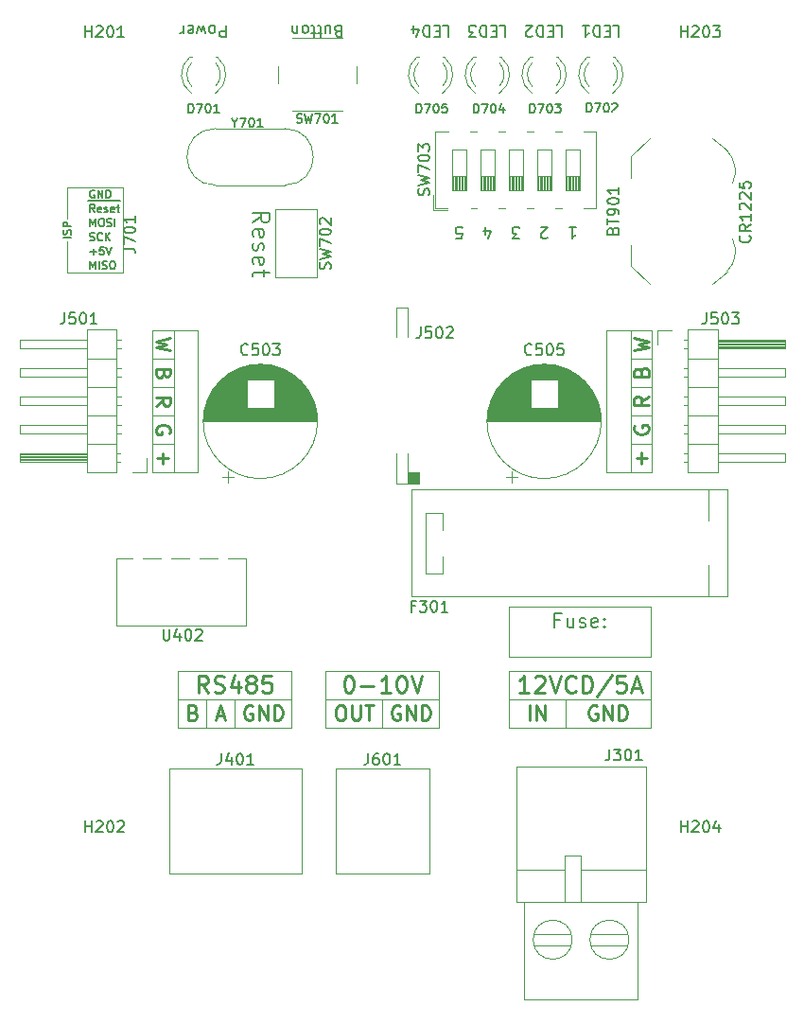
<source format=gto>
G04 #@! TF.GenerationSoftware,KiCad,Pcbnew,5.1.12-84ad8e8a86~92~ubuntu16.04.1*
G04 #@! TF.CreationDate,2022-12-06T17:37:32+01:00*
G04 #@! TF.ProjectId,Mainboard,4d61696e-626f-4617-9264-2e6b69636164,rev?*
G04 #@! TF.SameCoordinates,Original*
G04 #@! TF.FileFunction,Legend,Top*
G04 #@! TF.FilePolarity,Positive*
%FSLAX46Y46*%
G04 Gerber Fmt 4.6, Leading zero omitted, Abs format (unit mm)*
G04 Created by KiCad (PCBNEW 5.1.12-84ad8e8a86~92~ubuntu16.04.1) date 2022-12-06 17:37:32*
%MOMM*%
%LPD*%
G01*
G04 APERTURE LIST*
%ADD10C,0.200000*%
%ADD11C,0.250000*%
%ADD12C,0.240000*%
%ADD13C,0.120000*%
%ADD14C,0.100000*%
%ADD15C,0.150000*%
%ADD16C,0.130000*%
%ADD17R,1.000000X1.000000*%
%ADD18O,1.000000X1.000000*%
%ADD19R,2.032000X1.070000*%
%ADD20C,3.000000*%
%ADD21C,4.300000*%
%ADD22C,2.800000*%
%ADD23C,2.000000*%
%ADD24R,1.800000X1.800000*%
%ADD25C,1.800000*%
%ADD26R,5.100000X2.500000*%
%ADD27C,10.200000*%
%ADD28C,1.000000*%
%ADD29R,2.000000X2.000000*%
%ADD30R,1.700000X1.700000*%
%ADD31O,1.700000X1.700000*%
%ADD32R,1.500000X1.500000*%
%ADD33C,1.500000*%
%ADD34R,1.600000X1.600000*%
%ADD35O,1.600000X1.600000*%
G04 APERTURE END LIST*
D10*
X145371428Y-71675857D02*
X146085714Y-71175857D01*
X145371428Y-70818714D02*
X146871428Y-70818714D01*
X146871428Y-71390142D01*
X146800000Y-71533000D01*
X146728571Y-71604428D01*
X146585714Y-71675857D01*
X146371428Y-71675857D01*
X146228571Y-71604428D01*
X146157142Y-71533000D01*
X146085714Y-71390142D01*
X146085714Y-70818714D01*
X145442857Y-72890142D02*
X145371428Y-72747285D01*
X145371428Y-72461571D01*
X145442857Y-72318714D01*
X145585714Y-72247285D01*
X146157142Y-72247285D01*
X146300000Y-72318714D01*
X146371428Y-72461571D01*
X146371428Y-72747285D01*
X146300000Y-72890142D01*
X146157142Y-72961571D01*
X146014285Y-72961571D01*
X145871428Y-72247285D01*
X145442857Y-73533000D02*
X145371428Y-73675857D01*
X145371428Y-73961571D01*
X145442857Y-74104428D01*
X145585714Y-74175857D01*
X145657142Y-74175857D01*
X145800000Y-74104428D01*
X145871428Y-73961571D01*
X145871428Y-73747285D01*
X145942857Y-73604428D01*
X146085714Y-73533000D01*
X146157142Y-73533000D01*
X146300000Y-73604428D01*
X146371428Y-73747285D01*
X146371428Y-73961571D01*
X146300000Y-74104428D01*
X145442857Y-75390142D02*
X145371428Y-75247285D01*
X145371428Y-74961571D01*
X145442857Y-74818714D01*
X145585714Y-74747285D01*
X146157142Y-74747285D01*
X146300000Y-74818714D01*
X146371428Y-74961571D01*
X146371428Y-75247285D01*
X146300000Y-75390142D01*
X146157142Y-75461571D01*
X146014285Y-75461571D01*
X145871428Y-74747285D01*
X146371428Y-75890142D02*
X146371428Y-76461571D01*
X146871428Y-76104428D02*
X145585714Y-76104428D01*
X145442857Y-76175857D01*
X145371428Y-76318714D01*
X145371428Y-76461571D01*
D11*
X141371142Y-113708571D02*
X140871142Y-112994285D01*
X140514000Y-113708571D02*
X140514000Y-112208571D01*
X141085428Y-112208571D01*
X141228285Y-112280000D01*
X141299714Y-112351428D01*
X141371142Y-112494285D01*
X141371142Y-112708571D01*
X141299714Y-112851428D01*
X141228285Y-112922857D01*
X141085428Y-112994285D01*
X140514000Y-112994285D01*
X141942571Y-113637142D02*
X142156857Y-113708571D01*
X142514000Y-113708571D01*
X142656857Y-113637142D01*
X142728285Y-113565714D01*
X142799714Y-113422857D01*
X142799714Y-113280000D01*
X142728285Y-113137142D01*
X142656857Y-113065714D01*
X142514000Y-112994285D01*
X142228285Y-112922857D01*
X142085428Y-112851428D01*
X142014000Y-112780000D01*
X141942571Y-112637142D01*
X141942571Y-112494285D01*
X142014000Y-112351428D01*
X142085428Y-112280000D01*
X142228285Y-112208571D01*
X142585428Y-112208571D01*
X142799714Y-112280000D01*
X144085428Y-112708571D02*
X144085428Y-113708571D01*
X143728285Y-112137142D02*
X143371142Y-113208571D01*
X144299714Y-113208571D01*
X145085428Y-112851428D02*
X144942571Y-112780000D01*
X144871142Y-112708571D01*
X144799714Y-112565714D01*
X144799714Y-112494285D01*
X144871142Y-112351428D01*
X144942571Y-112280000D01*
X145085428Y-112208571D01*
X145371142Y-112208571D01*
X145514000Y-112280000D01*
X145585428Y-112351428D01*
X145656857Y-112494285D01*
X145656857Y-112565714D01*
X145585428Y-112708571D01*
X145514000Y-112780000D01*
X145371142Y-112851428D01*
X145085428Y-112851428D01*
X144942571Y-112922857D01*
X144871142Y-112994285D01*
X144799714Y-113137142D01*
X144799714Y-113422857D01*
X144871142Y-113565714D01*
X144942571Y-113637142D01*
X145085428Y-113708571D01*
X145371142Y-113708571D01*
X145514000Y-113637142D01*
X145585428Y-113565714D01*
X145656857Y-113422857D01*
X145656857Y-113137142D01*
X145585428Y-112994285D01*
X145514000Y-112922857D01*
X145371142Y-112851428D01*
X147014000Y-112208571D02*
X146299714Y-112208571D01*
X146228285Y-112922857D01*
X146299714Y-112851428D01*
X146442571Y-112780000D01*
X146799714Y-112780000D01*
X146942571Y-112851428D01*
X147014000Y-112922857D01*
X147085428Y-113065714D01*
X147085428Y-113422857D01*
X147014000Y-113565714D01*
X146942571Y-113637142D01*
X146799714Y-113708571D01*
X146442571Y-113708571D01*
X146299714Y-113637142D01*
X146228285Y-113565714D01*
X153900571Y-112208571D02*
X154043428Y-112208571D01*
X154186285Y-112280000D01*
X154257714Y-112351428D01*
X154329142Y-112494285D01*
X154400571Y-112780000D01*
X154400571Y-113137142D01*
X154329142Y-113422857D01*
X154257714Y-113565714D01*
X154186285Y-113637142D01*
X154043428Y-113708571D01*
X153900571Y-113708571D01*
X153757714Y-113637142D01*
X153686285Y-113565714D01*
X153614857Y-113422857D01*
X153543428Y-113137142D01*
X153543428Y-112780000D01*
X153614857Y-112494285D01*
X153686285Y-112351428D01*
X153757714Y-112280000D01*
X153900571Y-112208571D01*
X155043428Y-113137142D02*
X156186285Y-113137142D01*
X157686285Y-113708571D02*
X156829142Y-113708571D01*
X157257714Y-113708571D02*
X157257714Y-112208571D01*
X157114857Y-112422857D01*
X156972000Y-112565714D01*
X156829142Y-112637142D01*
X158614857Y-112208571D02*
X158757714Y-112208571D01*
X158900571Y-112280000D01*
X158972000Y-112351428D01*
X159043428Y-112494285D01*
X159114857Y-112780000D01*
X159114857Y-113137142D01*
X159043428Y-113422857D01*
X158972000Y-113565714D01*
X158900571Y-113637142D01*
X158757714Y-113708571D01*
X158614857Y-113708571D01*
X158472000Y-113637142D01*
X158400571Y-113565714D01*
X158329142Y-113422857D01*
X158257714Y-113137142D01*
X158257714Y-112780000D01*
X158329142Y-112494285D01*
X158400571Y-112351428D01*
X158472000Y-112280000D01*
X158614857Y-112208571D01*
X159543428Y-112208571D02*
X160043428Y-113708571D01*
X160543428Y-112208571D01*
X170053571Y-113708571D02*
X169196428Y-113708571D01*
X169625000Y-113708571D02*
X169625000Y-112208571D01*
X169482142Y-112422857D01*
X169339285Y-112565714D01*
X169196428Y-112637142D01*
X170625000Y-112351428D02*
X170696428Y-112280000D01*
X170839285Y-112208571D01*
X171196428Y-112208571D01*
X171339285Y-112280000D01*
X171410714Y-112351428D01*
X171482142Y-112494285D01*
X171482142Y-112637142D01*
X171410714Y-112851428D01*
X170553571Y-113708571D01*
X171482142Y-113708571D01*
X171910714Y-112208571D02*
X172410714Y-113708571D01*
X172910714Y-112208571D01*
X174267857Y-113565714D02*
X174196428Y-113637142D01*
X173982142Y-113708571D01*
X173839285Y-113708571D01*
X173625000Y-113637142D01*
X173482142Y-113494285D01*
X173410714Y-113351428D01*
X173339285Y-113065714D01*
X173339285Y-112851428D01*
X173410714Y-112565714D01*
X173482142Y-112422857D01*
X173625000Y-112280000D01*
X173839285Y-112208571D01*
X173982142Y-112208571D01*
X174196428Y-112280000D01*
X174267857Y-112351428D01*
X174910714Y-113708571D02*
X174910714Y-112208571D01*
X175267857Y-112208571D01*
X175482142Y-112280000D01*
X175625000Y-112422857D01*
X175696428Y-112565714D01*
X175767857Y-112851428D01*
X175767857Y-113065714D01*
X175696428Y-113351428D01*
X175625000Y-113494285D01*
X175482142Y-113637142D01*
X175267857Y-113708571D01*
X174910714Y-113708571D01*
X177482142Y-112137142D02*
X176196428Y-114065714D01*
X178696428Y-112208571D02*
X177982142Y-112208571D01*
X177910714Y-112922857D01*
X177982142Y-112851428D01*
X178125000Y-112780000D01*
X178482142Y-112780000D01*
X178625000Y-112851428D01*
X178696428Y-112922857D01*
X178767857Y-113065714D01*
X178767857Y-113422857D01*
X178696428Y-113565714D01*
X178625000Y-113637142D01*
X178482142Y-113708571D01*
X178125000Y-113708571D01*
X177982142Y-113637142D01*
X177910714Y-113565714D01*
X179339285Y-113280000D02*
X180053571Y-113280000D01*
X179196428Y-113708571D02*
X179696428Y-112208571D01*
X180196428Y-113708571D01*
D12*
X140046857Y-115477142D02*
X140232571Y-115539047D01*
X140294476Y-115600952D01*
X140356380Y-115724761D01*
X140356380Y-115910476D01*
X140294476Y-116034285D01*
X140232571Y-116096190D01*
X140108761Y-116158095D01*
X139613523Y-116158095D01*
X139613523Y-114858095D01*
X140046857Y-114858095D01*
X140170666Y-114920000D01*
X140232571Y-114981904D01*
X140294476Y-115105714D01*
X140294476Y-115229523D01*
X140232571Y-115353333D01*
X140170666Y-115415238D01*
X140046857Y-115477142D01*
X139613523Y-115477142D01*
X145313523Y-114920000D02*
X145189714Y-114858095D01*
X145004000Y-114858095D01*
X144818285Y-114920000D01*
X144694476Y-115043809D01*
X144632571Y-115167619D01*
X144570666Y-115415238D01*
X144570666Y-115600952D01*
X144632571Y-115848571D01*
X144694476Y-115972380D01*
X144818285Y-116096190D01*
X145004000Y-116158095D01*
X145127809Y-116158095D01*
X145313523Y-116096190D01*
X145375428Y-116034285D01*
X145375428Y-115600952D01*
X145127809Y-115600952D01*
X145932571Y-116158095D02*
X145932571Y-114858095D01*
X146675428Y-116158095D01*
X146675428Y-114858095D01*
X147294476Y-116158095D02*
X147294476Y-114858095D01*
X147604000Y-114858095D01*
X147789714Y-114920000D01*
X147913523Y-115043809D01*
X147975428Y-115167619D01*
X148037333Y-115415238D01*
X148037333Y-115600952D01*
X147975428Y-115848571D01*
X147913523Y-115972380D01*
X147789714Y-116096190D01*
X147604000Y-116158095D01*
X147294476Y-116158095D01*
X142184476Y-115786666D02*
X142803523Y-115786666D01*
X142060666Y-116158095D02*
X142494000Y-114858095D01*
X142927333Y-116158095D01*
D13*
X138684000Y-116840000D02*
X148844000Y-116840000D01*
X148844000Y-116840000D02*
X148844000Y-111760000D01*
X148844000Y-111760000D02*
X138684000Y-111760000D01*
X138684000Y-111760000D02*
X138684000Y-116840000D01*
X138684000Y-114300000D02*
X148844000Y-114300000D01*
X143764000Y-114300000D02*
X143764000Y-116840000D01*
X141224000Y-114300000D02*
X141224000Y-116840000D01*
D12*
X158521523Y-114920000D02*
X158397714Y-114858095D01*
X158212000Y-114858095D01*
X158026285Y-114920000D01*
X157902476Y-115043809D01*
X157840571Y-115167619D01*
X157778666Y-115415238D01*
X157778666Y-115600952D01*
X157840571Y-115848571D01*
X157902476Y-115972380D01*
X158026285Y-116096190D01*
X158212000Y-116158095D01*
X158335809Y-116158095D01*
X158521523Y-116096190D01*
X158583428Y-116034285D01*
X158583428Y-115600952D01*
X158335809Y-115600952D01*
X159140571Y-116158095D02*
X159140571Y-114858095D01*
X159883428Y-116158095D01*
X159883428Y-114858095D01*
X160502476Y-116158095D02*
X160502476Y-114858095D01*
X160812000Y-114858095D01*
X160997714Y-114920000D01*
X161121523Y-115043809D01*
X161183428Y-115167619D01*
X161245333Y-115415238D01*
X161245333Y-115600952D01*
X161183428Y-115848571D01*
X161121523Y-115972380D01*
X160997714Y-116096190D01*
X160812000Y-116158095D01*
X160502476Y-116158095D01*
X153132000Y-114858095D02*
X153379619Y-114858095D01*
X153503428Y-114920000D01*
X153627238Y-115043809D01*
X153689142Y-115291428D01*
X153689142Y-115724761D01*
X153627238Y-115972380D01*
X153503428Y-116096190D01*
X153379619Y-116158095D01*
X153132000Y-116158095D01*
X153008190Y-116096190D01*
X152884380Y-115972380D01*
X152822476Y-115724761D01*
X152822476Y-115291428D01*
X152884380Y-115043809D01*
X153008190Y-114920000D01*
X153132000Y-114858095D01*
X154246285Y-114858095D02*
X154246285Y-115910476D01*
X154308190Y-116034285D01*
X154370095Y-116096190D01*
X154493904Y-116158095D01*
X154741523Y-116158095D01*
X154865333Y-116096190D01*
X154927238Y-116034285D01*
X154989142Y-115910476D01*
X154989142Y-114858095D01*
X155422476Y-114858095D02*
X156165333Y-114858095D01*
X155793904Y-116158095D02*
X155793904Y-114858095D01*
D13*
X151892000Y-116840000D02*
X151892000Y-111760000D01*
X151892000Y-111760000D02*
X162052000Y-111760000D01*
X162052000Y-111760000D02*
X162052000Y-116840000D01*
X162052000Y-116840000D02*
X151892000Y-116840000D01*
X151892000Y-114300000D02*
X162052000Y-114300000D01*
X162052000Y-114300000D02*
X156972000Y-114300000D01*
X156972000Y-114300000D02*
X156972000Y-116840000D01*
D12*
X176174523Y-114920000D02*
X176050714Y-114858095D01*
X175865000Y-114858095D01*
X175679285Y-114920000D01*
X175555476Y-115043809D01*
X175493571Y-115167619D01*
X175431666Y-115415238D01*
X175431666Y-115600952D01*
X175493571Y-115848571D01*
X175555476Y-115972380D01*
X175679285Y-116096190D01*
X175865000Y-116158095D01*
X175988809Y-116158095D01*
X176174523Y-116096190D01*
X176236428Y-116034285D01*
X176236428Y-115600952D01*
X175988809Y-115600952D01*
X176793571Y-116158095D02*
X176793571Y-114858095D01*
X177536428Y-116158095D01*
X177536428Y-114858095D01*
X178155476Y-116158095D02*
X178155476Y-114858095D01*
X178465000Y-114858095D01*
X178650714Y-114920000D01*
X178774523Y-115043809D01*
X178836428Y-115167619D01*
X178898333Y-115415238D01*
X178898333Y-115600952D01*
X178836428Y-115848571D01*
X178774523Y-115972380D01*
X178650714Y-116096190D01*
X178465000Y-116158095D01*
X178155476Y-116158095D01*
X170134047Y-116203333D02*
X170134047Y-114803333D01*
X170753095Y-116203333D02*
X170753095Y-114803333D01*
X171495952Y-116203333D01*
X171495952Y-114803333D01*
D13*
X168275000Y-111760000D02*
X180975000Y-111760000D01*
X180975000Y-111760000D02*
X180975000Y-116840000D01*
X180975000Y-116840000D02*
X168275000Y-116840000D01*
X168275000Y-116840000D02*
X168275000Y-111760000D01*
X168275000Y-114300000D02*
X180975000Y-114300000D01*
X173355000Y-114300000D02*
X173355000Y-116840000D01*
X168275000Y-106045000D02*
X180975000Y-106045000D01*
X180975000Y-106045000D02*
X180975000Y-110490000D01*
X180975000Y-110490000D02*
X168275000Y-110490000D01*
X168275000Y-110490000D02*
X168275000Y-106045000D01*
D10*
X189841142Y-72834238D02*
X189888761Y-72881857D01*
X189936380Y-73024714D01*
X189936380Y-73119952D01*
X189888761Y-73262809D01*
X189793523Y-73358047D01*
X189698285Y-73405666D01*
X189507809Y-73453285D01*
X189364952Y-73453285D01*
X189174476Y-73405666D01*
X189079238Y-73358047D01*
X188984000Y-73262809D01*
X188936380Y-73119952D01*
X188936380Y-73024714D01*
X188984000Y-72881857D01*
X189031619Y-72834238D01*
X189936380Y-71834238D02*
X189460190Y-72167571D01*
X189936380Y-72405666D02*
X188936380Y-72405666D01*
X188936380Y-72024714D01*
X188984000Y-71929476D01*
X189031619Y-71881857D01*
X189126857Y-71834238D01*
X189269714Y-71834238D01*
X189364952Y-71881857D01*
X189412571Y-71929476D01*
X189460190Y-72024714D01*
X189460190Y-72405666D01*
X189936380Y-70881857D02*
X189936380Y-71453285D01*
X189936380Y-71167571D02*
X188936380Y-71167571D01*
X189079238Y-71262809D01*
X189174476Y-71358047D01*
X189222095Y-71453285D01*
X189031619Y-70500904D02*
X188984000Y-70453285D01*
X188936380Y-70358047D01*
X188936380Y-70119952D01*
X188984000Y-70024714D01*
X189031619Y-69977095D01*
X189126857Y-69929476D01*
X189222095Y-69929476D01*
X189364952Y-69977095D01*
X189936380Y-70548523D01*
X189936380Y-69929476D01*
X189031619Y-69548523D02*
X188984000Y-69500904D01*
X188936380Y-69405666D01*
X188936380Y-69167571D01*
X188984000Y-69072333D01*
X189031619Y-69024714D01*
X189126857Y-68977095D01*
X189222095Y-68977095D01*
X189364952Y-69024714D01*
X189936380Y-69596142D01*
X189936380Y-68977095D01*
X188936380Y-68072333D02*
X188936380Y-68548523D01*
X189412571Y-68596142D01*
X189364952Y-68548523D01*
X189317333Y-68453285D01*
X189317333Y-68215190D01*
X189364952Y-68119952D01*
X189412571Y-68072333D01*
X189507809Y-68024714D01*
X189745904Y-68024714D01*
X189841142Y-68072333D01*
X189888761Y-68119952D01*
X189936380Y-68215190D01*
X189936380Y-68453285D01*
X189888761Y-68548523D01*
X189841142Y-68596142D01*
D12*
X137998904Y-81992857D02*
X136698904Y-82302380D01*
X137627476Y-82550000D01*
X136698904Y-82797619D01*
X137998904Y-83107142D01*
X137379857Y-85182857D02*
X137317952Y-85368571D01*
X137256047Y-85430476D01*
X137132238Y-85492380D01*
X136946523Y-85492380D01*
X136822714Y-85430476D01*
X136760809Y-85368571D01*
X136698904Y-85244761D01*
X136698904Y-84749523D01*
X137998904Y-84749523D01*
X137998904Y-85182857D01*
X137937000Y-85306666D01*
X137875095Y-85368571D01*
X137751285Y-85430476D01*
X137627476Y-85430476D01*
X137503666Y-85368571D01*
X137441761Y-85306666D01*
X137379857Y-85182857D01*
X137379857Y-84749523D01*
X136698904Y-88032380D02*
X137317952Y-87599047D01*
X136698904Y-87289523D02*
X137998904Y-87289523D01*
X137998904Y-87784761D01*
X137937000Y-87908571D01*
X137875095Y-87970476D01*
X137751285Y-88032380D01*
X137565571Y-88032380D01*
X137441761Y-87970476D01*
X137379857Y-87908571D01*
X137317952Y-87784761D01*
X137317952Y-87289523D01*
X137937000Y-90510476D02*
X137998904Y-90386666D01*
X137998904Y-90200952D01*
X137937000Y-90015238D01*
X137813190Y-89891428D01*
X137689380Y-89829523D01*
X137441761Y-89767619D01*
X137256047Y-89767619D01*
X137008428Y-89829523D01*
X136884619Y-89891428D01*
X136760809Y-90015238D01*
X136698904Y-90200952D01*
X136698904Y-90324761D01*
X136760809Y-90510476D01*
X136822714Y-90572380D01*
X137256047Y-90572380D01*
X137256047Y-90324761D01*
X137321142Y-92278261D02*
X137321142Y-93268738D01*
X136825904Y-92773500D02*
X137816380Y-92773500D01*
X179501095Y-83107142D02*
X180801095Y-82797619D01*
X179872523Y-82550000D01*
X180801095Y-82302380D01*
X179501095Y-81992857D01*
X180120142Y-84997142D02*
X180182047Y-84811428D01*
X180243952Y-84749523D01*
X180367761Y-84687619D01*
X180553476Y-84687619D01*
X180677285Y-84749523D01*
X180739190Y-84811428D01*
X180801095Y-84935238D01*
X180801095Y-85430476D01*
X179501095Y-85430476D01*
X179501095Y-84997142D01*
X179563000Y-84873333D01*
X179624904Y-84811428D01*
X179748714Y-84749523D01*
X179872523Y-84749523D01*
X179996333Y-84811428D01*
X180058238Y-84873333D01*
X180120142Y-84997142D01*
X180120142Y-85430476D01*
X180801095Y-87227619D02*
X180182047Y-87660952D01*
X180801095Y-87970476D02*
X179501095Y-87970476D01*
X179501095Y-87475238D01*
X179563000Y-87351428D01*
X179624904Y-87289523D01*
X179748714Y-87227619D01*
X179934428Y-87227619D01*
X180058238Y-87289523D01*
X180120142Y-87351428D01*
X180182047Y-87475238D01*
X180182047Y-87970476D01*
X179563000Y-89829523D02*
X179501095Y-89953333D01*
X179501095Y-90139047D01*
X179563000Y-90324761D01*
X179686809Y-90448571D01*
X179810619Y-90510476D01*
X180058238Y-90572380D01*
X180243952Y-90572380D01*
X180491571Y-90510476D01*
X180615380Y-90448571D01*
X180739190Y-90324761D01*
X180801095Y-90139047D01*
X180801095Y-90015238D01*
X180739190Y-89829523D01*
X180677285Y-89767619D01*
X180243952Y-89767619D01*
X180243952Y-90015238D01*
X180178857Y-93205238D02*
X180178857Y-92214761D01*
X180674095Y-92710000D02*
X179683619Y-92710000D01*
D10*
X172829761Y-107222142D02*
X172396428Y-107222142D01*
X172396428Y-107903095D02*
X172396428Y-106603095D01*
X173015476Y-106603095D01*
X174067857Y-107036428D02*
X174067857Y-107903095D01*
X173510714Y-107036428D02*
X173510714Y-107717380D01*
X173572619Y-107841190D01*
X173696428Y-107903095D01*
X173882142Y-107903095D01*
X174005952Y-107841190D01*
X174067857Y-107779285D01*
X174625000Y-107841190D02*
X174748809Y-107903095D01*
X174996428Y-107903095D01*
X175120238Y-107841190D01*
X175182142Y-107717380D01*
X175182142Y-107655476D01*
X175120238Y-107531666D01*
X174996428Y-107469761D01*
X174810714Y-107469761D01*
X174686904Y-107407857D01*
X174625000Y-107284047D01*
X174625000Y-107222142D01*
X174686904Y-107098333D01*
X174810714Y-107036428D01*
X174996428Y-107036428D01*
X175120238Y-107098333D01*
X176234523Y-107841190D02*
X176110714Y-107903095D01*
X175863095Y-107903095D01*
X175739285Y-107841190D01*
X175677380Y-107717380D01*
X175677380Y-107222142D01*
X175739285Y-107098333D01*
X175863095Y-107036428D01*
X176110714Y-107036428D01*
X176234523Y-107098333D01*
X176296428Y-107222142D01*
X176296428Y-107345952D01*
X175677380Y-107469761D01*
X176853571Y-107779285D02*
X176915476Y-107841190D01*
X176853571Y-107903095D01*
X176791666Y-107841190D01*
X176853571Y-107779285D01*
X176853571Y-107903095D01*
X176853571Y-107098333D02*
X176915476Y-107160238D01*
X176853571Y-107222142D01*
X176791666Y-107160238D01*
X176853571Y-107098333D01*
X176853571Y-107222142D01*
D13*
X136398000Y-81280000D02*
X136398000Y-93980000D01*
X136398000Y-93980000D02*
X140462000Y-93980000D01*
X140462000Y-93980000D02*
X140462000Y-81280000D01*
X140462000Y-81280000D02*
X136398000Y-81280000D01*
X138303000Y-81280000D02*
X138303000Y-93980000D01*
X136398000Y-91440000D02*
X138303000Y-91440000D01*
X136398000Y-88900000D02*
X138303000Y-88900000D01*
X136398000Y-86360000D02*
X138303000Y-86360000D01*
X136398000Y-83820000D02*
X138303000Y-83820000D01*
X177038000Y-93980000D02*
X181102000Y-93980000D01*
X181102000Y-88900000D02*
X179197000Y-88900000D01*
X181102000Y-93980000D02*
X181102000Y-81280000D01*
X179197000Y-93980000D02*
X179197000Y-81280000D01*
X181102000Y-86360000D02*
X179197000Y-86360000D01*
X181102000Y-83820000D02*
X179197000Y-83820000D01*
X181102000Y-81280000D02*
X177038000Y-81280000D01*
X177038000Y-81280000D02*
X177038000Y-93980000D01*
X181102000Y-91440000D02*
X179197000Y-91440000D01*
D10*
X173704285Y-72064619D02*
X174275714Y-72064619D01*
X173990000Y-72064619D02*
X173990000Y-73064619D01*
X174085238Y-72921761D01*
X174180476Y-72826523D01*
X174275714Y-72778904D01*
X171735714Y-72969380D02*
X171688095Y-73017000D01*
X171592857Y-73064619D01*
X171354761Y-73064619D01*
X171259523Y-73017000D01*
X171211904Y-72969380D01*
X171164285Y-72874142D01*
X171164285Y-72778904D01*
X171211904Y-72636047D01*
X171783333Y-72064619D01*
X171164285Y-72064619D01*
X169243333Y-73064619D02*
X168624285Y-73064619D01*
X168957619Y-72683666D01*
X168814761Y-72683666D01*
X168719523Y-72636047D01*
X168671904Y-72588428D01*
X168624285Y-72493190D01*
X168624285Y-72255095D01*
X168671904Y-72159857D01*
X168719523Y-72112238D01*
X168814761Y-72064619D01*
X169100476Y-72064619D01*
X169195714Y-72112238D01*
X169243333Y-72159857D01*
X166179523Y-72731285D02*
X166179523Y-72064619D01*
X166417619Y-73112238D02*
X166655714Y-72397952D01*
X166036666Y-72397952D01*
X163591904Y-73064619D02*
X164068095Y-73064619D01*
X164115714Y-72588428D01*
X164068095Y-72636047D01*
X163972857Y-72683666D01*
X163734761Y-72683666D01*
X163639523Y-72636047D01*
X163591904Y-72588428D01*
X163544285Y-72493190D01*
X163544285Y-72255095D01*
X163591904Y-72159857D01*
X163639523Y-72112238D01*
X163734761Y-72064619D01*
X163972857Y-72064619D01*
X164068095Y-72112238D01*
X164115714Y-72159857D01*
X172569047Y-54030619D02*
X173045238Y-54030619D01*
X173045238Y-55030619D01*
X172235714Y-54554428D02*
X171902380Y-54554428D01*
X171759523Y-54030619D02*
X172235714Y-54030619D01*
X172235714Y-55030619D01*
X171759523Y-55030619D01*
X171330952Y-54030619D02*
X171330952Y-55030619D01*
X171092857Y-55030619D01*
X170950000Y-54983000D01*
X170854761Y-54887761D01*
X170807142Y-54792523D01*
X170759523Y-54602047D01*
X170759523Y-54459190D01*
X170807142Y-54268714D01*
X170854761Y-54173476D01*
X170950000Y-54078238D01*
X171092857Y-54030619D01*
X171330952Y-54030619D01*
X170378571Y-54935380D02*
X170330952Y-54983000D01*
X170235714Y-55030619D01*
X169997619Y-55030619D01*
X169902380Y-54983000D01*
X169854761Y-54935380D01*
X169807142Y-54840142D01*
X169807142Y-54744904D01*
X169854761Y-54602047D01*
X170426190Y-54030619D01*
X169807142Y-54030619D01*
X177649047Y-54030619D02*
X178125238Y-54030619D01*
X178125238Y-55030619D01*
X177315714Y-54554428D02*
X176982380Y-54554428D01*
X176839523Y-54030619D02*
X177315714Y-54030619D01*
X177315714Y-55030619D01*
X176839523Y-55030619D01*
X176410952Y-54030619D02*
X176410952Y-55030619D01*
X176172857Y-55030619D01*
X176030000Y-54983000D01*
X175934761Y-54887761D01*
X175887142Y-54792523D01*
X175839523Y-54602047D01*
X175839523Y-54459190D01*
X175887142Y-54268714D01*
X175934761Y-54173476D01*
X176030000Y-54078238D01*
X176172857Y-54030619D01*
X176410952Y-54030619D01*
X174887142Y-54030619D02*
X175458571Y-54030619D01*
X175172857Y-54030619D02*
X175172857Y-55030619D01*
X175268095Y-54887761D01*
X175363333Y-54792523D01*
X175458571Y-54744904D01*
X167489047Y-54030619D02*
X167965238Y-54030619D01*
X167965238Y-55030619D01*
X167155714Y-54554428D02*
X166822380Y-54554428D01*
X166679523Y-54030619D02*
X167155714Y-54030619D01*
X167155714Y-55030619D01*
X166679523Y-55030619D01*
X166250952Y-54030619D02*
X166250952Y-55030619D01*
X166012857Y-55030619D01*
X165870000Y-54983000D01*
X165774761Y-54887761D01*
X165727142Y-54792523D01*
X165679523Y-54602047D01*
X165679523Y-54459190D01*
X165727142Y-54268714D01*
X165774761Y-54173476D01*
X165870000Y-54078238D01*
X166012857Y-54030619D01*
X166250952Y-54030619D01*
X165346190Y-55030619D02*
X164727142Y-55030619D01*
X165060476Y-54649666D01*
X164917619Y-54649666D01*
X164822380Y-54602047D01*
X164774761Y-54554428D01*
X164727142Y-54459190D01*
X164727142Y-54221095D01*
X164774761Y-54125857D01*
X164822380Y-54078238D01*
X164917619Y-54030619D01*
X165203333Y-54030619D01*
X165298571Y-54078238D01*
X165346190Y-54125857D01*
X162409047Y-54030619D02*
X162885238Y-54030619D01*
X162885238Y-55030619D01*
X162075714Y-54554428D02*
X161742380Y-54554428D01*
X161599523Y-54030619D02*
X162075714Y-54030619D01*
X162075714Y-55030619D01*
X161599523Y-55030619D01*
X161170952Y-54030619D02*
X161170952Y-55030619D01*
X160932857Y-55030619D01*
X160790000Y-54983000D01*
X160694761Y-54887761D01*
X160647142Y-54792523D01*
X160599523Y-54602047D01*
X160599523Y-54459190D01*
X160647142Y-54268714D01*
X160694761Y-54173476D01*
X160790000Y-54078238D01*
X160932857Y-54030619D01*
X161170952Y-54030619D01*
X159742380Y-54697285D02*
X159742380Y-54030619D01*
X159980476Y-55078238D02*
X160218571Y-54363952D01*
X159599523Y-54363952D01*
X142946190Y-54030619D02*
X142946190Y-55030619D01*
X142565238Y-55030619D01*
X142470000Y-54983000D01*
X142422380Y-54935380D01*
X142374761Y-54840142D01*
X142374761Y-54697285D01*
X142422380Y-54602047D01*
X142470000Y-54554428D01*
X142565238Y-54506809D01*
X142946190Y-54506809D01*
X141803333Y-54030619D02*
X141898571Y-54078238D01*
X141946190Y-54125857D01*
X141993809Y-54221095D01*
X141993809Y-54506809D01*
X141946190Y-54602047D01*
X141898571Y-54649666D01*
X141803333Y-54697285D01*
X141660476Y-54697285D01*
X141565238Y-54649666D01*
X141517619Y-54602047D01*
X141470000Y-54506809D01*
X141470000Y-54221095D01*
X141517619Y-54125857D01*
X141565238Y-54078238D01*
X141660476Y-54030619D01*
X141803333Y-54030619D01*
X141136666Y-54697285D02*
X140946190Y-54030619D01*
X140755714Y-54506809D01*
X140565238Y-54030619D01*
X140374761Y-54697285D01*
X139612857Y-54078238D02*
X139708095Y-54030619D01*
X139898571Y-54030619D01*
X139993809Y-54078238D01*
X140041428Y-54173476D01*
X140041428Y-54554428D01*
X139993809Y-54649666D01*
X139898571Y-54697285D01*
X139708095Y-54697285D01*
X139612857Y-54649666D01*
X139565238Y-54554428D01*
X139565238Y-54459190D01*
X140041428Y-54363952D01*
X139136666Y-54030619D02*
X139136666Y-54697285D01*
X139136666Y-54506809D02*
X139089047Y-54602047D01*
X139041428Y-54649666D01*
X138946190Y-54697285D01*
X138850952Y-54697285D01*
X152987142Y-54554428D02*
X152844285Y-54506809D01*
X152796666Y-54459190D01*
X152749047Y-54363952D01*
X152749047Y-54221095D01*
X152796666Y-54125857D01*
X152844285Y-54078238D01*
X152939523Y-54030619D01*
X153320476Y-54030619D01*
X153320476Y-55030619D01*
X152987142Y-55030619D01*
X152891904Y-54983000D01*
X152844285Y-54935380D01*
X152796666Y-54840142D01*
X152796666Y-54744904D01*
X152844285Y-54649666D01*
X152891904Y-54602047D01*
X152987142Y-54554428D01*
X153320476Y-54554428D01*
X151891904Y-54697285D02*
X151891904Y-54030619D01*
X152320476Y-54697285D02*
X152320476Y-54173476D01*
X152272857Y-54078238D01*
X152177619Y-54030619D01*
X152034761Y-54030619D01*
X151939523Y-54078238D01*
X151891904Y-54125857D01*
X151558571Y-54697285D02*
X151177619Y-54697285D01*
X151415714Y-55030619D02*
X151415714Y-54173476D01*
X151368095Y-54078238D01*
X151272857Y-54030619D01*
X151177619Y-54030619D01*
X150987142Y-54697285D02*
X150606190Y-54697285D01*
X150844285Y-55030619D02*
X150844285Y-54173476D01*
X150796666Y-54078238D01*
X150701428Y-54030619D01*
X150606190Y-54030619D01*
X150130000Y-54030619D02*
X150225238Y-54078238D01*
X150272857Y-54125857D01*
X150320476Y-54221095D01*
X150320476Y-54506809D01*
X150272857Y-54602047D01*
X150225238Y-54649666D01*
X150130000Y-54697285D01*
X149987142Y-54697285D01*
X149891904Y-54649666D01*
X149844285Y-54602047D01*
X149796666Y-54506809D01*
X149796666Y-54221095D01*
X149844285Y-54125857D01*
X149891904Y-54078238D01*
X149987142Y-54030619D01*
X150130000Y-54030619D01*
X149368095Y-54697285D02*
X149368095Y-54030619D01*
X149368095Y-54602047D02*
X149320476Y-54649666D01*
X149225238Y-54697285D01*
X149082380Y-54697285D01*
X148987142Y-54649666D01*
X148939523Y-54554428D01*
X148939523Y-54030619D01*
D13*
X128778000Y-76136500D02*
X128778000Y-73342500D01*
X133731000Y-76136500D02*
X128778000Y-76136500D01*
X133731000Y-68516500D02*
X133731000Y-76136500D01*
X128778000Y-68516500D02*
X133731000Y-68516500D01*
X128778000Y-71310500D02*
X128778000Y-68516500D01*
D14*
G36*
X159258000Y-93964000D02*
G01*
X160274000Y-93964000D01*
X160274000Y-94980000D01*
X159258000Y-94980000D01*
X159258000Y-93964000D01*
G37*
X159258000Y-93964000D02*
X160274000Y-93964000D01*
X160274000Y-94980000D01*
X159258000Y-94980000D01*
X159258000Y-93964000D01*
D13*
X159258000Y-92329000D02*
X159258000Y-94980000D01*
X159258000Y-94980000D02*
X158242000Y-94980000D01*
X158242000Y-94980000D02*
X158242000Y-92329000D01*
X158242000Y-81915000D02*
X158242000Y-79264000D01*
X159258000Y-79264000D02*
X159258000Y-81915000D01*
X158242000Y-79264000D02*
X159258000Y-79264000D01*
X162376000Y-97630000D02*
X162376000Y-99130000D01*
X160876000Y-97630000D02*
X162376000Y-97630000D01*
X162376000Y-103030000D02*
X162376000Y-101530000D01*
X160876000Y-103030000D02*
X162376000Y-103030000D01*
X160876000Y-97630000D02*
X160876000Y-103030000D01*
X186176000Y-98330000D02*
X186176000Y-95530000D01*
X159576000Y-105130000D02*
X187876000Y-105130000D01*
X159576000Y-95530000D02*
X187876000Y-95530000D01*
X159576000Y-105130000D02*
X159576000Y-95530000D01*
X187876000Y-105130000D02*
X187876000Y-95530000D01*
X186176000Y-105130000D02*
X186176000Y-102330000D01*
X149770000Y-129920000D02*
X149770000Y-120520000D01*
X137870000Y-129920000D02*
X137870000Y-120520000D01*
X149770000Y-129920000D02*
X137870000Y-129920000D01*
X137870000Y-120520000D02*
X149770000Y-120520000D01*
X144748000Y-107716000D02*
X144748000Y-101716000D01*
X133128000Y-107716000D02*
X133128000Y-101716000D01*
X144748000Y-107716000D02*
X133128000Y-107716000D01*
X144748000Y-101716000D02*
X133128000Y-101716000D01*
X152800000Y-120520000D02*
X161200000Y-120520000D01*
X161200000Y-129920000D02*
X152800000Y-129920000D01*
X152800000Y-129920000D02*
X152800000Y-120520000D01*
X161200000Y-129920000D02*
X161200000Y-120520000D01*
X174752000Y-129520000D02*
X180532000Y-129520000D01*
X168972000Y-129520000D02*
X173252000Y-129520000D01*
X174752000Y-128320000D02*
X173252000Y-128320000D01*
X173252000Y-132420000D02*
X173252000Y-128320000D01*
X174752000Y-132420000D02*
X174752000Y-128320000D01*
X173812000Y-136320000D02*
X170612000Y-136320000D01*
X173812000Y-135320000D02*
X170612000Y-135320000D01*
X178892000Y-135320000D02*
X175692000Y-135320000D01*
X178892000Y-136320000D02*
X175692000Y-136320000D01*
X173962000Y-135820000D02*
G75*
G03*
X173962000Y-135820000I-1750000J0D01*
G01*
X179042000Y-135820000D02*
G75*
G03*
X179042000Y-135820000I-1750000J0D01*
G01*
X179832000Y-141120000D02*
X169672000Y-141120000D01*
X169672000Y-132420000D02*
X169672000Y-141120000D01*
X179832000Y-132420000D02*
X179832000Y-141120000D01*
X168972000Y-132420000D02*
X168972000Y-120320000D01*
X180532000Y-132420000D02*
X180532000Y-120320000D01*
X180532000Y-132420000D02*
X168972000Y-132420000D01*
X180532000Y-120320000D02*
X168972000Y-120320000D01*
X142206000Y-56860000D02*
X142050000Y-56860000D01*
X139890000Y-56860000D02*
X139734000Y-56860000D01*
X142048608Y-60092335D02*
G75*
G03*
X142205516Y-56860000I-1078608J1672335D01*
G01*
X139891392Y-60092335D02*
G75*
G02*
X139734484Y-56860000I1078608J1672335D01*
G01*
X142049837Y-59461130D02*
G75*
G03*
X142050000Y-57379039I-1079837J1041130D01*
G01*
X139890163Y-59461130D02*
G75*
G02*
X139890000Y-57379039I1079837J1041130D01*
G01*
X186470000Y-64090000D02*
X187820000Y-65240000D01*
X186470000Y-77190000D02*
X187820000Y-76040000D01*
X179220000Y-75540000D02*
X179220000Y-73640000D01*
X179220000Y-65740000D02*
X179220000Y-67640000D01*
X179220000Y-65740000D02*
X180870000Y-64090000D01*
X180870000Y-77190000D02*
X179220000Y-75540000D01*
X188316458Y-68138306D02*
G75*
G03*
X187820000Y-65240000I-2296458J1098306D01*
G01*
X188317607Y-73144098D02*
G75*
G02*
X187820000Y-76040000I-2297607J-1095902D01*
G01*
X177766000Y-56860000D02*
X177610000Y-56860000D01*
X175450000Y-56860000D02*
X175294000Y-56860000D01*
X177608608Y-60092335D02*
G75*
G03*
X177765516Y-56860000I-1078608J1672335D01*
G01*
X175451392Y-60092335D02*
G75*
G02*
X175294484Y-56860000I1078608J1672335D01*
G01*
X177609837Y-59461130D02*
G75*
G03*
X177610000Y-57379039I-1079837J1041130D01*
G01*
X175450163Y-59461130D02*
G75*
G02*
X175450000Y-57379039I1079837J1041130D01*
G01*
X151170000Y-89448000D02*
G75*
G03*
X151170000Y-89448000I-5120000J0D01*
G01*
X140970000Y-89448000D02*
X151130000Y-89448000D01*
X140970000Y-89408000D02*
X151130000Y-89408000D01*
X140970000Y-89368000D02*
X151130000Y-89368000D01*
X140971000Y-89328000D02*
X151129000Y-89328000D01*
X140972000Y-89288000D02*
X151128000Y-89288000D01*
X140973000Y-89248000D02*
X151127000Y-89248000D01*
X140975000Y-89208000D02*
X151125000Y-89208000D01*
X140977000Y-89168000D02*
X151123000Y-89168000D01*
X140980000Y-89128000D02*
X151120000Y-89128000D01*
X140982000Y-89088000D02*
X151118000Y-89088000D01*
X140985000Y-89048000D02*
X151115000Y-89048000D01*
X140988000Y-89008000D02*
X151112000Y-89008000D01*
X140992000Y-88968000D02*
X151108000Y-88968000D01*
X140996000Y-88928000D02*
X151104000Y-88928000D01*
X141000000Y-88888000D02*
X151100000Y-88888000D01*
X141005000Y-88848000D02*
X151095000Y-88848000D01*
X141010000Y-88808000D02*
X151090000Y-88808000D01*
X141015000Y-88768000D02*
X151085000Y-88768000D01*
X141020000Y-88727000D02*
X151080000Y-88727000D01*
X141026000Y-88687000D02*
X151074000Y-88687000D01*
X141032000Y-88647000D02*
X151068000Y-88647000D01*
X141039000Y-88607000D02*
X151061000Y-88607000D01*
X141046000Y-88567000D02*
X151054000Y-88567000D01*
X141053000Y-88527000D02*
X151047000Y-88527000D01*
X141060000Y-88487000D02*
X151040000Y-88487000D01*
X141068000Y-88447000D02*
X151032000Y-88447000D01*
X141076000Y-88407000D02*
X151024000Y-88407000D01*
X141085000Y-88367000D02*
X151015000Y-88367000D01*
X141094000Y-88327000D02*
X151006000Y-88327000D01*
X141103000Y-88287000D02*
X150997000Y-88287000D01*
X141112000Y-88247000D02*
X150988000Y-88247000D01*
X141122000Y-88207000D02*
X150978000Y-88207000D01*
X141132000Y-88167000D02*
X144809000Y-88167000D01*
X147291000Y-88167000D02*
X150968000Y-88167000D01*
X141143000Y-88127000D02*
X144809000Y-88127000D01*
X147291000Y-88127000D02*
X150957000Y-88127000D01*
X141153000Y-88087000D02*
X144809000Y-88087000D01*
X147291000Y-88087000D02*
X150947000Y-88087000D01*
X141165000Y-88047000D02*
X144809000Y-88047000D01*
X147291000Y-88047000D02*
X150935000Y-88047000D01*
X141176000Y-88007000D02*
X144809000Y-88007000D01*
X147291000Y-88007000D02*
X150924000Y-88007000D01*
X141188000Y-87967000D02*
X144809000Y-87967000D01*
X147291000Y-87967000D02*
X150912000Y-87967000D01*
X141200000Y-87927000D02*
X144809000Y-87927000D01*
X147291000Y-87927000D02*
X150900000Y-87927000D01*
X141213000Y-87887000D02*
X144809000Y-87887000D01*
X147291000Y-87887000D02*
X150887000Y-87887000D01*
X141226000Y-87847000D02*
X144809000Y-87847000D01*
X147291000Y-87847000D02*
X150874000Y-87847000D01*
X141239000Y-87807000D02*
X144809000Y-87807000D01*
X147291000Y-87807000D02*
X150861000Y-87807000D01*
X141253000Y-87767000D02*
X144809000Y-87767000D01*
X147291000Y-87767000D02*
X150847000Y-87767000D01*
X141267000Y-87727000D02*
X144809000Y-87727000D01*
X147291000Y-87727000D02*
X150833000Y-87727000D01*
X141282000Y-87687000D02*
X144809000Y-87687000D01*
X147291000Y-87687000D02*
X150818000Y-87687000D01*
X141296000Y-87647000D02*
X144809000Y-87647000D01*
X147291000Y-87647000D02*
X150804000Y-87647000D01*
X141312000Y-87607000D02*
X144809000Y-87607000D01*
X147291000Y-87607000D02*
X150788000Y-87607000D01*
X141327000Y-87567000D02*
X144809000Y-87567000D01*
X147291000Y-87567000D02*
X150773000Y-87567000D01*
X141343000Y-87527000D02*
X144809000Y-87527000D01*
X147291000Y-87527000D02*
X150757000Y-87527000D01*
X141360000Y-87487000D02*
X144809000Y-87487000D01*
X147291000Y-87487000D02*
X150740000Y-87487000D01*
X141376000Y-87447000D02*
X144809000Y-87447000D01*
X147291000Y-87447000D02*
X150724000Y-87447000D01*
X141393000Y-87407000D02*
X144809000Y-87407000D01*
X147291000Y-87407000D02*
X150707000Y-87407000D01*
X141411000Y-87367000D02*
X144809000Y-87367000D01*
X147291000Y-87367000D02*
X150689000Y-87367000D01*
X141429000Y-87327000D02*
X144809000Y-87327000D01*
X147291000Y-87327000D02*
X150671000Y-87327000D01*
X141447000Y-87287000D02*
X144809000Y-87287000D01*
X147291000Y-87287000D02*
X150653000Y-87287000D01*
X141466000Y-87247000D02*
X144809000Y-87247000D01*
X147291000Y-87247000D02*
X150634000Y-87247000D01*
X141486000Y-87207000D02*
X144809000Y-87207000D01*
X147291000Y-87207000D02*
X150614000Y-87207000D01*
X141505000Y-87167000D02*
X144809000Y-87167000D01*
X147291000Y-87167000D02*
X150595000Y-87167000D01*
X141525000Y-87127000D02*
X144809000Y-87127000D01*
X147291000Y-87127000D02*
X150575000Y-87127000D01*
X141546000Y-87087000D02*
X144809000Y-87087000D01*
X147291000Y-87087000D02*
X150554000Y-87087000D01*
X141567000Y-87047000D02*
X144809000Y-87047000D01*
X147291000Y-87047000D02*
X150533000Y-87047000D01*
X141588000Y-87007000D02*
X144809000Y-87007000D01*
X147291000Y-87007000D02*
X150512000Y-87007000D01*
X141610000Y-86967000D02*
X144809000Y-86967000D01*
X147291000Y-86967000D02*
X150490000Y-86967000D01*
X141633000Y-86927000D02*
X144809000Y-86927000D01*
X147291000Y-86927000D02*
X150467000Y-86927000D01*
X141655000Y-86887000D02*
X144809000Y-86887000D01*
X147291000Y-86887000D02*
X150445000Y-86887000D01*
X141679000Y-86847000D02*
X144809000Y-86847000D01*
X147291000Y-86847000D02*
X150421000Y-86847000D01*
X141703000Y-86807000D02*
X144809000Y-86807000D01*
X147291000Y-86807000D02*
X150397000Y-86807000D01*
X141727000Y-86767000D02*
X144809000Y-86767000D01*
X147291000Y-86767000D02*
X150373000Y-86767000D01*
X141752000Y-86727000D02*
X144809000Y-86727000D01*
X147291000Y-86727000D02*
X150348000Y-86727000D01*
X141777000Y-86687000D02*
X144809000Y-86687000D01*
X147291000Y-86687000D02*
X150323000Y-86687000D01*
X141803000Y-86647000D02*
X144809000Y-86647000D01*
X147291000Y-86647000D02*
X150297000Y-86647000D01*
X141829000Y-86607000D02*
X144809000Y-86607000D01*
X147291000Y-86607000D02*
X150271000Y-86607000D01*
X141856000Y-86567000D02*
X144809000Y-86567000D01*
X147291000Y-86567000D02*
X150244000Y-86567000D01*
X141884000Y-86527000D02*
X144809000Y-86527000D01*
X147291000Y-86527000D02*
X150216000Y-86527000D01*
X141912000Y-86487000D02*
X144809000Y-86487000D01*
X147291000Y-86487000D02*
X150188000Y-86487000D01*
X141940000Y-86447000D02*
X144809000Y-86447000D01*
X147291000Y-86447000D02*
X150160000Y-86447000D01*
X141970000Y-86407000D02*
X144809000Y-86407000D01*
X147291000Y-86407000D02*
X150130000Y-86407000D01*
X142000000Y-86367000D02*
X144809000Y-86367000D01*
X147291000Y-86367000D02*
X150100000Y-86367000D01*
X142030000Y-86327000D02*
X144809000Y-86327000D01*
X147291000Y-86327000D02*
X150070000Y-86327000D01*
X142061000Y-86287000D02*
X144809000Y-86287000D01*
X147291000Y-86287000D02*
X150039000Y-86287000D01*
X142093000Y-86247000D02*
X144809000Y-86247000D01*
X147291000Y-86247000D02*
X150007000Y-86247000D01*
X142125000Y-86207000D02*
X144809000Y-86207000D01*
X147291000Y-86207000D02*
X149975000Y-86207000D01*
X142158000Y-86167000D02*
X144809000Y-86167000D01*
X147291000Y-86167000D02*
X149942000Y-86167000D01*
X142192000Y-86127000D02*
X144809000Y-86127000D01*
X147291000Y-86127000D02*
X149908000Y-86127000D01*
X142226000Y-86087000D02*
X144809000Y-86087000D01*
X147291000Y-86087000D02*
X149874000Y-86087000D01*
X142261000Y-86047000D02*
X144809000Y-86047000D01*
X147291000Y-86047000D02*
X149839000Y-86047000D01*
X142297000Y-86007000D02*
X144809000Y-86007000D01*
X147291000Y-86007000D02*
X149803000Y-86007000D01*
X142334000Y-85967000D02*
X144809000Y-85967000D01*
X147291000Y-85967000D02*
X149766000Y-85967000D01*
X142371000Y-85927000D02*
X144809000Y-85927000D01*
X147291000Y-85927000D02*
X149729000Y-85927000D01*
X142410000Y-85887000D02*
X144809000Y-85887000D01*
X147291000Y-85887000D02*
X149690000Y-85887000D01*
X142449000Y-85847000D02*
X144809000Y-85847000D01*
X147291000Y-85847000D02*
X149651000Y-85847000D01*
X142489000Y-85807000D02*
X144809000Y-85807000D01*
X147291000Y-85807000D02*
X149611000Y-85807000D01*
X142530000Y-85767000D02*
X144809000Y-85767000D01*
X147291000Y-85767000D02*
X149570000Y-85767000D01*
X142572000Y-85727000D02*
X144809000Y-85727000D01*
X147291000Y-85727000D02*
X149528000Y-85727000D01*
X142614000Y-85687000D02*
X149486000Y-85687000D01*
X142658000Y-85647000D02*
X149442000Y-85647000D01*
X142703000Y-85607000D02*
X149397000Y-85607000D01*
X142749000Y-85567000D02*
X149351000Y-85567000D01*
X142796000Y-85527000D02*
X149304000Y-85527000D01*
X142844000Y-85487000D02*
X149256000Y-85487000D01*
X142894000Y-85447000D02*
X149206000Y-85447000D01*
X142944000Y-85407000D02*
X149156000Y-85407000D01*
X142996000Y-85367000D02*
X149104000Y-85367000D01*
X143050000Y-85327000D02*
X149050000Y-85327000D01*
X143105000Y-85287000D02*
X148995000Y-85287000D01*
X143161000Y-85247000D02*
X148939000Y-85247000D01*
X143220000Y-85207000D02*
X148880000Y-85207000D01*
X143280000Y-85167000D02*
X148820000Y-85167000D01*
X143341000Y-85127000D02*
X148759000Y-85127000D01*
X143405000Y-85087000D02*
X148695000Y-85087000D01*
X143471000Y-85047000D02*
X148629000Y-85047000D01*
X143540000Y-85007000D02*
X148560000Y-85007000D01*
X143611000Y-84967000D02*
X148489000Y-84967000D01*
X143685000Y-84927000D02*
X148415000Y-84927000D01*
X143761000Y-84887000D02*
X148339000Y-84887000D01*
X143841000Y-84847000D02*
X148259000Y-84847000D01*
X143925000Y-84807000D02*
X148175000Y-84807000D01*
X144013000Y-84767000D02*
X148087000Y-84767000D01*
X144106000Y-84727000D02*
X147994000Y-84727000D01*
X144204000Y-84687000D02*
X147896000Y-84687000D01*
X144308000Y-84647000D02*
X147792000Y-84647000D01*
X144420000Y-84607000D02*
X147680000Y-84607000D01*
X144540000Y-84567000D02*
X147560000Y-84567000D01*
X144672000Y-84527000D02*
X147428000Y-84527000D01*
X144820000Y-84487000D02*
X147280000Y-84487000D01*
X144988000Y-84447000D02*
X147112000Y-84447000D01*
X145188000Y-84407000D02*
X146912000Y-84407000D01*
X145451000Y-84367000D02*
X146649000Y-84367000D01*
X143175000Y-94927646D02*
X143175000Y-93927646D01*
X142675000Y-94427646D02*
X143675000Y-94427646D01*
X176570000Y-89448000D02*
G75*
G03*
X176570000Y-89448000I-5120000J0D01*
G01*
X166370000Y-89448000D02*
X176530000Y-89448000D01*
X166370000Y-89408000D02*
X176530000Y-89408000D01*
X166370000Y-89368000D02*
X176530000Y-89368000D01*
X166371000Y-89328000D02*
X176529000Y-89328000D01*
X166372000Y-89288000D02*
X176528000Y-89288000D01*
X166373000Y-89248000D02*
X176527000Y-89248000D01*
X166375000Y-89208000D02*
X176525000Y-89208000D01*
X166377000Y-89168000D02*
X176523000Y-89168000D01*
X166380000Y-89128000D02*
X176520000Y-89128000D01*
X166382000Y-89088000D02*
X176518000Y-89088000D01*
X166385000Y-89048000D02*
X176515000Y-89048000D01*
X166388000Y-89008000D02*
X176512000Y-89008000D01*
X166392000Y-88968000D02*
X176508000Y-88968000D01*
X166396000Y-88928000D02*
X176504000Y-88928000D01*
X166400000Y-88888000D02*
X176500000Y-88888000D01*
X166405000Y-88848000D02*
X176495000Y-88848000D01*
X166410000Y-88808000D02*
X176490000Y-88808000D01*
X166415000Y-88768000D02*
X176485000Y-88768000D01*
X166420000Y-88727000D02*
X176480000Y-88727000D01*
X166426000Y-88687000D02*
X176474000Y-88687000D01*
X166432000Y-88647000D02*
X176468000Y-88647000D01*
X166439000Y-88607000D02*
X176461000Y-88607000D01*
X166446000Y-88567000D02*
X176454000Y-88567000D01*
X166453000Y-88527000D02*
X176447000Y-88527000D01*
X166460000Y-88487000D02*
X176440000Y-88487000D01*
X166468000Y-88447000D02*
X176432000Y-88447000D01*
X166476000Y-88407000D02*
X176424000Y-88407000D01*
X166485000Y-88367000D02*
X176415000Y-88367000D01*
X166494000Y-88327000D02*
X176406000Y-88327000D01*
X166503000Y-88287000D02*
X176397000Y-88287000D01*
X166512000Y-88247000D02*
X176388000Y-88247000D01*
X166522000Y-88207000D02*
X176378000Y-88207000D01*
X166532000Y-88167000D02*
X170209000Y-88167000D01*
X172691000Y-88167000D02*
X176368000Y-88167000D01*
X166543000Y-88127000D02*
X170209000Y-88127000D01*
X172691000Y-88127000D02*
X176357000Y-88127000D01*
X166553000Y-88087000D02*
X170209000Y-88087000D01*
X172691000Y-88087000D02*
X176347000Y-88087000D01*
X166565000Y-88047000D02*
X170209000Y-88047000D01*
X172691000Y-88047000D02*
X176335000Y-88047000D01*
X166576000Y-88007000D02*
X170209000Y-88007000D01*
X172691000Y-88007000D02*
X176324000Y-88007000D01*
X166588000Y-87967000D02*
X170209000Y-87967000D01*
X172691000Y-87967000D02*
X176312000Y-87967000D01*
X166600000Y-87927000D02*
X170209000Y-87927000D01*
X172691000Y-87927000D02*
X176300000Y-87927000D01*
X166613000Y-87887000D02*
X170209000Y-87887000D01*
X172691000Y-87887000D02*
X176287000Y-87887000D01*
X166626000Y-87847000D02*
X170209000Y-87847000D01*
X172691000Y-87847000D02*
X176274000Y-87847000D01*
X166639000Y-87807000D02*
X170209000Y-87807000D01*
X172691000Y-87807000D02*
X176261000Y-87807000D01*
X166653000Y-87767000D02*
X170209000Y-87767000D01*
X172691000Y-87767000D02*
X176247000Y-87767000D01*
X166667000Y-87727000D02*
X170209000Y-87727000D01*
X172691000Y-87727000D02*
X176233000Y-87727000D01*
X166682000Y-87687000D02*
X170209000Y-87687000D01*
X172691000Y-87687000D02*
X176218000Y-87687000D01*
X166696000Y-87647000D02*
X170209000Y-87647000D01*
X172691000Y-87647000D02*
X176204000Y-87647000D01*
X166712000Y-87607000D02*
X170209000Y-87607000D01*
X172691000Y-87607000D02*
X176188000Y-87607000D01*
X166727000Y-87567000D02*
X170209000Y-87567000D01*
X172691000Y-87567000D02*
X176173000Y-87567000D01*
X166743000Y-87527000D02*
X170209000Y-87527000D01*
X172691000Y-87527000D02*
X176157000Y-87527000D01*
X166760000Y-87487000D02*
X170209000Y-87487000D01*
X172691000Y-87487000D02*
X176140000Y-87487000D01*
X166776000Y-87447000D02*
X170209000Y-87447000D01*
X172691000Y-87447000D02*
X176124000Y-87447000D01*
X166793000Y-87407000D02*
X170209000Y-87407000D01*
X172691000Y-87407000D02*
X176107000Y-87407000D01*
X166811000Y-87367000D02*
X170209000Y-87367000D01*
X172691000Y-87367000D02*
X176089000Y-87367000D01*
X166829000Y-87327000D02*
X170209000Y-87327000D01*
X172691000Y-87327000D02*
X176071000Y-87327000D01*
X166847000Y-87287000D02*
X170209000Y-87287000D01*
X172691000Y-87287000D02*
X176053000Y-87287000D01*
X166866000Y-87247000D02*
X170209000Y-87247000D01*
X172691000Y-87247000D02*
X176034000Y-87247000D01*
X166886000Y-87207000D02*
X170209000Y-87207000D01*
X172691000Y-87207000D02*
X176014000Y-87207000D01*
X166905000Y-87167000D02*
X170209000Y-87167000D01*
X172691000Y-87167000D02*
X175995000Y-87167000D01*
X166925000Y-87127000D02*
X170209000Y-87127000D01*
X172691000Y-87127000D02*
X175975000Y-87127000D01*
X166946000Y-87087000D02*
X170209000Y-87087000D01*
X172691000Y-87087000D02*
X175954000Y-87087000D01*
X166967000Y-87047000D02*
X170209000Y-87047000D01*
X172691000Y-87047000D02*
X175933000Y-87047000D01*
X166988000Y-87007000D02*
X170209000Y-87007000D01*
X172691000Y-87007000D02*
X175912000Y-87007000D01*
X167010000Y-86967000D02*
X170209000Y-86967000D01*
X172691000Y-86967000D02*
X175890000Y-86967000D01*
X167033000Y-86927000D02*
X170209000Y-86927000D01*
X172691000Y-86927000D02*
X175867000Y-86927000D01*
X167055000Y-86887000D02*
X170209000Y-86887000D01*
X172691000Y-86887000D02*
X175845000Y-86887000D01*
X167079000Y-86847000D02*
X170209000Y-86847000D01*
X172691000Y-86847000D02*
X175821000Y-86847000D01*
X167103000Y-86807000D02*
X170209000Y-86807000D01*
X172691000Y-86807000D02*
X175797000Y-86807000D01*
X167127000Y-86767000D02*
X170209000Y-86767000D01*
X172691000Y-86767000D02*
X175773000Y-86767000D01*
X167152000Y-86727000D02*
X170209000Y-86727000D01*
X172691000Y-86727000D02*
X175748000Y-86727000D01*
X167177000Y-86687000D02*
X170209000Y-86687000D01*
X172691000Y-86687000D02*
X175723000Y-86687000D01*
X167203000Y-86647000D02*
X170209000Y-86647000D01*
X172691000Y-86647000D02*
X175697000Y-86647000D01*
X167229000Y-86607000D02*
X170209000Y-86607000D01*
X172691000Y-86607000D02*
X175671000Y-86607000D01*
X167256000Y-86567000D02*
X170209000Y-86567000D01*
X172691000Y-86567000D02*
X175644000Y-86567000D01*
X167284000Y-86527000D02*
X170209000Y-86527000D01*
X172691000Y-86527000D02*
X175616000Y-86527000D01*
X167312000Y-86487000D02*
X170209000Y-86487000D01*
X172691000Y-86487000D02*
X175588000Y-86487000D01*
X167340000Y-86447000D02*
X170209000Y-86447000D01*
X172691000Y-86447000D02*
X175560000Y-86447000D01*
X167370000Y-86407000D02*
X170209000Y-86407000D01*
X172691000Y-86407000D02*
X175530000Y-86407000D01*
X167400000Y-86367000D02*
X170209000Y-86367000D01*
X172691000Y-86367000D02*
X175500000Y-86367000D01*
X167430000Y-86327000D02*
X170209000Y-86327000D01*
X172691000Y-86327000D02*
X175470000Y-86327000D01*
X167461000Y-86287000D02*
X170209000Y-86287000D01*
X172691000Y-86287000D02*
X175439000Y-86287000D01*
X167493000Y-86247000D02*
X170209000Y-86247000D01*
X172691000Y-86247000D02*
X175407000Y-86247000D01*
X167525000Y-86207000D02*
X170209000Y-86207000D01*
X172691000Y-86207000D02*
X175375000Y-86207000D01*
X167558000Y-86167000D02*
X170209000Y-86167000D01*
X172691000Y-86167000D02*
X175342000Y-86167000D01*
X167592000Y-86127000D02*
X170209000Y-86127000D01*
X172691000Y-86127000D02*
X175308000Y-86127000D01*
X167626000Y-86087000D02*
X170209000Y-86087000D01*
X172691000Y-86087000D02*
X175274000Y-86087000D01*
X167661000Y-86047000D02*
X170209000Y-86047000D01*
X172691000Y-86047000D02*
X175239000Y-86047000D01*
X167697000Y-86007000D02*
X170209000Y-86007000D01*
X172691000Y-86007000D02*
X175203000Y-86007000D01*
X167734000Y-85967000D02*
X170209000Y-85967000D01*
X172691000Y-85967000D02*
X175166000Y-85967000D01*
X167771000Y-85927000D02*
X170209000Y-85927000D01*
X172691000Y-85927000D02*
X175129000Y-85927000D01*
X167810000Y-85887000D02*
X170209000Y-85887000D01*
X172691000Y-85887000D02*
X175090000Y-85887000D01*
X167849000Y-85847000D02*
X170209000Y-85847000D01*
X172691000Y-85847000D02*
X175051000Y-85847000D01*
X167889000Y-85807000D02*
X170209000Y-85807000D01*
X172691000Y-85807000D02*
X175011000Y-85807000D01*
X167930000Y-85767000D02*
X170209000Y-85767000D01*
X172691000Y-85767000D02*
X174970000Y-85767000D01*
X167972000Y-85727000D02*
X170209000Y-85727000D01*
X172691000Y-85727000D02*
X174928000Y-85727000D01*
X168014000Y-85687000D02*
X174886000Y-85687000D01*
X168058000Y-85647000D02*
X174842000Y-85647000D01*
X168103000Y-85607000D02*
X174797000Y-85607000D01*
X168149000Y-85567000D02*
X174751000Y-85567000D01*
X168196000Y-85527000D02*
X174704000Y-85527000D01*
X168244000Y-85487000D02*
X174656000Y-85487000D01*
X168294000Y-85447000D02*
X174606000Y-85447000D01*
X168344000Y-85407000D02*
X174556000Y-85407000D01*
X168396000Y-85367000D02*
X174504000Y-85367000D01*
X168450000Y-85327000D02*
X174450000Y-85327000D01*
X168505000Y-85287000D02*
X174395000Y-85287000D01*
X168561000Y-85247000D02*
X174339000Y-85247000D01*
X168620000Y-85207000D02*
X174280000Y-85207000D01*
X168680000Y-85167000D02*
X174220000Y-85167000D01*
X168741000Y-85127000D02*
X174159000Y-85127000D01*
X168805000Y-85087000D02*
X174095000Y-85087000D01*
X168871000Y-85047000D02*
X174029000Y-85047000D01*
X168940000Y-85007000D02*
X173960000Y-85007000D01*
X169011000Y-84967000D02*
X173889000Y-84967000D01*
X169085000Y-84927000D02*
X173815000Y-84927000D01*
X169161000Y-84887000D02*
X173739000Y-84887000D01*
X169241000Y-84847000D02*
X173659000Y-84847000D01*
X169325000Y-84807000D02*
X173575000Y-84807000D01*
X169413000Y-84767000D02*
X173487000Y-84767000D01*
X169506000Y-84727000D02*
X173394000Y-84727000D01*
X169604000Y-84687000D02*
X173296000Y-84687000D01*
X169708000Y-84647000D02*
X173192000Y-84647000D01*
X169820000Y-84607000D02*
X173080000Y-84607000D01*
X169940000Y-84567000D02*
X172960000Y-84567000D01*
X170072000Y-84527000D02*
X172828000Y-84527000D01*
X170220000Y-84487000D02*
X172680000Y-84487000D01*
X170388000Y-84447000D02*
X172512000Y-84447000D01*
X170588000Y-84407000D02*
X172312000Y-84407000D01*
X170851000Y-84367000D02*
X172049000Y-84367000D01*
X168575000Y-94927646D02*
X168575000Y-93927646D01*
X168075000Y-94427646D02*
X169075000Y-94427646D01*
X184320000Y-81220000D02*
X184320000Y-94040000D01*
X184320000Y-94040000D02*
X186980000Y-94040000D01*
X186980000Y-94040000D02*
X186980000Y-81220000D01*
X186980000Y-81220000D02*
X184320000Y-81220000D01*
X186980000Y-82170000D02*
X192980000Y-82170000D01*
X192980000Y-82170000D02*
X192980000Y-82930000D01*
X192980000Y-82930000D02*
X186980000Y-82930000D01*
X186980000Y-82230000D02*
X192980000Y-82230000D01*
X186980000Y-82350000D02*
X192980000Y-82350000D01*
X186980000Y-82470000D02*
X192980000Y-82470000D01*
X186980000Y-82590000D02*
X192980000Y-82590000D01*
X186980000Y-82710000D02*
X192980000Y-82710000D01*
X186980000Y-82830000D02*
X192980000Y-82830000D01*
X183990000Y-82170000D02*
X184320000Y-82170000D01*
X183990000Y-82930000D02*
X184320000Y-82930000D01*
X184320000Y-83820000D02*
X186980000Y-83820000D01*
X186980000Y-84710000D02*
X192980000Y-84710000D01*
X192980000Y-84710000D02*
X192980000Y-85470000D01*
X192980000Y-85470000D02*
X186980000Y-85470000D01*
X183922929Y-84710000D02*
X184320000Y-84710000D01*
X183922929Y-85470000D02*
X184320000Y-85470000D01*
X184320000Y-86360000D02*
X186980000Y-86360000D01*
X186980000Y-87250000D02*
X192980000Y-87250000D01*
X192980000Y-87250000D02*
X192980000Y-88010000D01*
X192980000Y-88010000D02*
X186980000Y-88010000D01*
X183922929Y-87250000D02*
X184320000Y-87250000D01*
X183922929Y-88010000D02*
X184320000Y-88010000D01*
X184320000Y-88900000D02*
X186980000Y-88900000D01*
X186980000Y-89790000D02*
X192980000Y-89790000D01*
X192980000Y-89790000D02*
X192980000Y-90550000D01*
X192980000Y-90550000D02*
X186980000Y-90550000D01*
X183922929Y-89790000D02*
X184320000Y-89790000D01*
X183922929Y-90550000D02*
X184320000Y-90550000D01*
X184320000Y-91440000D02*
X186980000Y-91440000D01*
X186980000Y-92330000D02*
X192980000Y-92330000D01*
X192980000Y-92330000D02*
X192980000Y-93090000D01*
X192980000Y-93090000D02*
X186980000Y-93090000D01*
X183922929Y-92330000D02*
X184320000Y-92330000D01*
X183922929Y-93090000D02*
X184320000Y-93090000D01*
X181610000Y-82550000D02*
X181610000Y-81280000D01*
X181610000Y-81280000D02*
X182880000Y-81280000D01*
X133180000Y-94040000D02*
X133180000Y-81220000D01*
X133180000Y-81220000D02*
X130520000Y-81220000D01*
X130520000Y-81220000D02*
X130520000Y-94040000D01*
X130520000Y-94040000D02*
X133180000Y-94040000D01*
X130520000Y-93090000D02*
X124520000Y-93090000D01*
X124520000Y-93090000D02*
X124520000Y-92330000D01*
X124520000Y-92330000D02*
X130520000Y-92330000D01*
X130520000Y-93030000D02*
X124520000Y-93030000D01*
X130520000Y-92910000D02*
X124520000Y-92910000D01*
X130520000Y-92790000D02*
X124520000Y-92790000D01*
X130520000Y-92670000D02*
X124520000Y-92670000D01*
X130520000Y-92550000D02*
X124520000Y-92550000D01*
X130520000Y-92430000D02*
X124520000Y-92430000D01*
X133510000Y-93090000D02*
X133180000Y-93090000D01*
X133510000Y-92330000D02*
X133180000Y-92330000D01*
X133180000Y-91440000D02*
X130520000Y-91440000D01*
X130520000Y-90550000D02*
X124520000Y-90550000D01*
X124520000Y-90550000D02*
X124520000Y-89790000D01*
X124520000Y-89790000D02*
X130520000Y-89790000D01*
X133577071Y-90550000D02*
X133180000Y-90550000D01*
X133577071Y-89790000D02*
X133180000Y-89790000D01*
X133180000Y-88900000D02*
X130520000Y-88900000D01*
X130520000Y-88010000D02*
X124520000Y-88010000D01*
X124520000Y-88010000D02*
X124520000Y-87250000D01*
X124520000Y-87250000D02*
X130520000Y-87250000D01*
X133577071Y-88010000D02*
X133180000Y-88010000D01*
X133577071Y-87250000D02*
X133180000Y-87250000D01*
X133180000Y-86360000D02*
X130520000Y-86360000D01*
X130520000Y-85470000D02*
X124520000Y-85470000D01*
X124520000Y-85470000D02*
X124520000Y-84710000D01*
X124520000Y-84710000D02*
X130520000Y-84710000D01*
X133577071Y-85470000D02*
X133180000Y-85470000D01*
X133577071Y-84710000D02*
X133180000Y-84710000D01*
X133180000Y-83820000D02*
X130520000Y-83820000D01*
X130520000Y-82930000D02*
X124520000Y-82930000D01*
X124520000Y-82930000D02*
X124520000Y-82170000D01*
X124520000Y-82170000D02*
X130520000Y-82170000D01*
X133577071Y-82930000D02*
X133180000Y-82930000D01*
X133577071Y-82170000D02*
X133180000Y-82170000D01*
X135890000Y-92710000D02*
X135890000Y-93980000D01*
X135890000Y-93980000D02*
X134620000Y-93980000D01*
X147375000Y-76593000D02*
X147375000Y-70473000D01*
X147375000Y-70473000D02*
X151075000Y-70473000D01*
X151075000Y-70473000D02*
X151075000Y-76593000D01*
X151075000Y-76593000D02*
X147375000Y-76593000D01*
X148259000Y-68311000D02*
X142009000Y-68311000D01*
X148259000Y-63261000D02*
X142009000Y-63261000D01*
X148259000Y-63261000D02*
G75*
G02*
X148259000Y-68311000I0J-2525000D01*
G01*
X142009000Y-63261000D02*
G75*
G03*
X142009000Y-68311000I0J-2525000D01*
G01*
X161720000Y-70339000D02*
X161720000Y-63518000D01*
X176101000Y-70339000D02*
X176101000Y-63518000D01*
X161720000Y-70339000D02*
X162790000Y-70339000D01*
X164870000Y-70339000D02*
X165381000Y-70339000D01*
X167360000Y-70339000D02*
X167921000Y-70339000D01*
X169900000Y-70339000D02*
X170461000Y-70339000D01*
X172440000Y-70339000D02*
X173000000Y-70339000D01*
X174980000Y-70339000D02*
X176101000Y-70339000D01*
X174980000Y-63518000D02*
X176101000Y-63518000D01*
X172440000Y-63518000D02*
X173000000Y-63518000D01*
X169900000Y-63518000D02*
X170461000Y-63518000D01*
X167360000Y-63518000D02*
X167921000Y-63518000D01*
X161720000Y-63518000D02*
X162840000Y-63518000D01*
X164820000Y-63518000D02*
X165381000Y-63518000D01*
X161480000Y-70579000D02*
X161480000Y-69196000D01*
X161480000Y-70579000D02*
X162790000Y-70579000D01*
X163195000Y-68739000D02*
X164465000Y-68739000D01*
X164465000Y-68739000D02*
X164465000Y-65119000D01*
X164465000Y-65119000D02*
X163195000Y-65119000D01*
X163195000Y-65119000D02*
X163195000Y-68739000D01*
X163315000Y-68739000D02*
X163315000Y-67532333D01*
X163435000Y-68739000D02*
X163435000Y-67532333D01*
X163555000Y-68739000D02*
X163555000Y-67532333D01*
X163675000Y-68739000D02*
X163675000Y-67532333D01*
X163795000Y-68739000D02*
X163795000Y-67532333D01*
X163915000Y-68739000D02*
X163915000Y-67532333D01*
X164035000Y-68739000D02*
X164035000Y-67532333D01*
X164155000Y-68739000D02*
X164155000Y-67532333D01*
X164275000Y-68739000D02*
X164275000Y-67532333D01*
X164395000Y-68739000D02*
X164395000Y-67532333D01*
X163195000Y-67532333D02*
X164465000Y-67532333D01*
X165735000Y-68739000D02*
X167005000Y-68739000D01*
X167005000Y-68739000D02*
X167005000Y-65119000D01*
X167005000Y-65119000D02*
X165735000Y-65119000D01*
X165735000Y-65119000D02*
X165735000Y-68739000D01*
X165855000Y-68739000D02*
X165855000Y-67532333D01*
X165975000Y-68739000D02*
X165975000Y-67532333D01*
X166095000Y-68739000D02*
X166095000Y-67532333D01*
X166215000Y-68739000D02*
X166215000Y-67532333D01*
X166335000Y-68739000D02*
X166335000Y-67532333D01*
X166455000Y-68739000D02*
X166455000Y-67532333D01*
X166575000Y-68739000D02*
X166575000Y-67532333D01*
X166695000Y-68739000D02*
X166695000Y-67532333D01*
X166815000Y-68739000D02*
X166815000Y-67532333D01*
X166935000Y-68739000D02*
X166935000Y-67532333D01*
X165735000Y-67532333D02*
X167005000Y-67532333D01*
X168275000Y-68739000D02*
X169545000Y-68739000D01*
X169545000Y-68739000D02*
X169545000Y-65119000D01*
X169545000Y-65119000D02*
X168275000Y-65119000D01*
X168275000Y-65119000D02*
X168275000Y-68739000D01*
X168395000Y-68739000D02*
X168395000Y-67532333D01*
X168515000Y-68739000D02*
X168515000Y-67532333D01*
X168635000Y-68739000D02*
X168635000Y-67532333D01*
X168755000Y-68739000D02*
X168755000Y-67532333D01*
X168875000Y-68739000D02*
X168875000Y-67532333D01*
X168995000Y-68739000D02*
X168995000Y-67532333D01*
X169115000Y-68739000D02*
X169115000Y-67532333D01*
X169235000Y-68739000D02*
X169235000Y-67532333D01*
X169355000Y-68739000D02*
X169355000Y-67532333D01*
X169475000Y-68739000D02*
X169475000Y-67532333D01*
X168275000Y-67532333D02*
X169545000Y-67532333D01*
X170815000Y-68739000D02*
X172085000Y-68739000D01*
X172085000Y-68739000D02*
X172085000Y-65119000D01*
X172085000Y-65119000D02*
X170815000Y-65119000D01*
X170815000Y-65119000D02*
X170815000Y-68739000D01*
X170935000Y-68739000D02*
X170935000Y-67532333D01*
X171055000Y-68739000D02*
X171055000Y-67532333D01*
X171175000Y-68739000D02*
X171175000Y-67532333D01*
X171295000Y-68739000D02*
X171295000Y-67532333D01*
X171415000Y-68739000D02*
X171415000Y-67532333D01*
X171535000Y-68739000D02*
X171535000Y-67532333D01*
X171655000Y-68739000D02*
X171655000Y-67532333D01*
X171775000Y-68739000D02*
X171775000Y-67532333D01*
X171895000Y-68739000D02*
X171895000Y-67532333D01*
X172015000Y-68739000D02*
X172015000Y-67532333D01*
X170815000Y-67532333D02*
X172085000Y-67532333D01*
X173355000Y-68739000D02*
X174625000Y-68739000D01*
X174625000Y-68739000D02*
X174625000Y-65119000D01*
X174625000Y-65119000D02*
X173355000Y-65119000D01*
X173355000Y-65119000D02*
X173355000Y-68739000D01*
X173475000Y-68739000D02*
X173475000Y-67532333D01*
X173595000Y-68739000D02*
X173595000Y-67532333D01*
X173715000Y-68739000D02*
X173715000Y-67532333D01*
X173835000Y-68739000D02*
X173835000Y-67532333D01*
X173955000Y-68739000D02*
X173955000Y-67532333D01*
X174075000Y-68739000D02*
X174075000Y-67532333D01*
X174195000Y-68739000D02*
X174195000Y-67532333D01*
X174315000Y-68739000D02*
X174315000Y-67532333D01*
X174435000Y-68739000D02*
X174435000Y-67532333D01*
X174555000Y-68739000D02*
X174555000Y-67532333D01*
X173355000Y-67532333D02*
X174625000Y-67532333D01*
X153380000Y-55170000D02*
X148880000Y-55170000D01*
X154630000Y-59170000D02*
X154630000Y-57670000D01*
X148880000Y-61670000D02*
X153380000Y-61670000D01*
X147630000Y-57670000D02*
X147630000Y-59170000D01*
X162526000Y-56860000D02*
X162370000Y-56860000D01*
X160210000Y-56860000D02*
X160054000Y-56860000D01*
X162368608Y-60092335D02*
G75*
G03*
X162525516Y-56860000I-1078608J1672335D01*
G01*
X160211392Y-60092335D02*
G75*
G02*
X160054484Y-56860000I1078608J1672335D01*
G01*
X162369837Y-59461130D02*
G75*
G03*
X162370000Y-57379039I-1079837J1041130D01*
G01*
X160210163Y-59461130D02*
G75*
G02*
X160210000Y-57379039I1079837J1041130D01*
G01*
X167606000Y-56860000D02*
X167450000Y-56860000D01*
X165290000Y-56860000D02*
X165134000Y-56860000D01*
X167448608Y-60092335D02*
G75*
G03*
X167605516Y-56860000I-1078608J1672335D01*
G01*
X165291392Y-60092335D02*
G75*
G02*
X165134484Y-56860000I1078608J1672335D01*
G01*
X167449837Y-59461130D02*
G75*
G03*
X167450000Y-57379039I-1079837J1041130D01*
G01*
X165290163Y-59461130D02*
G75*
G02*
X165290000Y-57379039I1079837J1041130D01*
G01*
X172686000Y-56860000D02*
X172530000Y-56860000D01*
X170370000Y-56860000D02*
X170214000Y-56860000D01*
X172528608Y-60092335D02*
G75*
G03*
X172685516Y-56860000I-1078608J1672335D01*
G01*
X170371392Y-60092335D02*
G75*
G02*
X170214484Y-56860000I1078608J1672335D01*
G01*
X172529837Y-59461130D02*
G75*
G03*
X172530000Y-57379039I-1079837J1041130D01*
G01*
X170370163Y-59461130D02*
G75*
G02*
X170370000Y-57379039I1079837J1041130D01*
G01*
D15*
X133818380Y-73995238D02*
X134532666Y-73995238D01*
X134675523Y-74042857D01*
X134770761Y-74138095D01*
X134818380Y-74280952D01*
X134818380Y-74376190D01*
X133818380Y-73614285D02*
X133818380Y-72947619D01*
X134818380Y-73376190D01*
X133818380Y-72376190D02*
X133818380Y-72280952D01*
X133866000Y-72185714D01*
X133913619Y-72138095D01*
X134008857Y-72090476D01*
X134199333Y-72042857D01*
X134437428Y-72042857D01*
X134627904Y-72090476D01*
X134723142Y-72138095D01*
X134770761Y-72185714D01*
X134818380Y-72280952D01*
X134818380Y-72376190D01*
X134770761Y-72471428D01*
X134723142Y-72519047D01*
X134627904Y-72566666D01*
X134437428Y-72614285D01*
X134199333Y-72614285D01*
X134008857Y-72566666D01*
X133913619Y-72519047D01*
X133866000Y-72471428D01*
X133818380Y-72376190D01*
X134818380Y-71090476D02*
X134818380Y-71661904D01*
X134818380Y-71376190D02*
X133818380Y-71376190D01*
X133961238Y-71471428D01*
X134056476Y-71566666D01*
X134104095Y-71661904D01*
X131186833Y-68801500D02*
X131120166Y-68768166D01*
X131020166Y-68768166D01*
X130920166Y-68801500D01*
X130853500Y-68868166D01*
X130820166Y-68934833D01*
X130786833Y-69068166D01*
X130786833Y-69168166D01*
X130820166Y-69301500D01*
X130853500Y-69368166D01*
X130920166Y-69434833D01*
X131020166Y-69468166D01*
X131086833Y-69468166D01*
X131186833Y-69434833D01*
X131220166Y-69401500D01*
X131220166Y-69168166D01*
X131086833Y-69168166D01*
X131520166Y-69468166D02*
X131520166Y-68768166D01*
X131920166Y-69468166D01*
X131920166Y-68768166D01*
X132253500Y-69468166D02*
X132253500Y-68768166D01*
X132420166Y-68768166D01*
X132520166Y-68801500D01*
X132586833Y-68868166D01*
X132620166Y-68934833D01*
X132653500Y-69068166D01*
X132653500Y-69168166D01*
X132620166Y-69301500D01*
X132586833Y-69368166D01*
X132520166Y-69434833D01*
X132420166Y-69468166D01*
X132253500Y-69468166D01*
X130820166Y-75818166D02*
X130820166Y-75118166D01*
X131053500Y-75618166D01*
X131286833Y-75118166D01*
X131286833Y-75818166D01*
X131620166Y-75818166D02*
X131620166Y-75118166D01*
X131920166Y-75784833D02*
X132020166Y-75818166D01*
X132186833Y-75818166D01*
X132253500Y-75784833D01*
X132286833Y-75751500D01*
X132320166Y-75684833D01*
X132320166Y-75618166D01*
X132286833Y-75551500D01*
X132253500Y-75518166D01*
X132186833Y-75484833D01*
X132053500Y-75451500D01*
X131986833Y-75418166D01*
X131953500Y-75384833D01*
X131920166Y-75318166D01*
X131920166Y-75251500D01*
X131953500Y-75184833D01*
X131986833Y-75151500D01*
X132053500Y-75118166D01*
X132220166Y-75118166D01*
X132320166Y-75151500D01*
X132753500Y-75118166D02*
X132886833Y-75118166D01*
X132953500Y-75151500D01*
X133020166Y-75218166D01*
X133053500Y-75351500D01*
X133053500Y-75584833D01*
X133020166Y-75718166D01*
X132953500Y-75784833D01*
X132886833Y-75818166D01*
X132753500Y-75818166D01*
X132686833Y-75784833D01*
X132620166Y-75718166D01*
X132586833Y-75584833D01*
X132586833Y-75351500D01*
X132620166Y-75218166D01*
X132686833Y-75151500D01*
X132753500Y-75118166D01*
X130820166Y-72008166D02*
X130820166Y-71308166D01*
X131053500Y-71808166D01*
X131286833Y-71308166D01*
X131286833Y-72008166D01*
X131753500Y-71308166D02*
X131886833Y-71308166D01*
X131953500Y-71341500D01*
X132020166Y-71408166D01*
X132053500Y-71541500D01*
X132053500Y-71774833D01*
X132020166Y-71908166D01*
X131953500Y-71974833D01*
X131886833Y-72008166D01*
X131753500Y-72008166D01*
X131686833Y-71974833D01*
X131620166Y-71908166D01*
X131586833Y-71774833D01*
X131586833Y-71541500D01*
X131620166Y-71408166D01*
X131686833Y-71341500D01*
X131753500Y-71308166D01*
X132320166Y-71974833D02*
X132420166Y-72008166D01*
X132586833Y-72008166D01*
X132653500Y-71974833D01*
X132686833Y-71941500D01*
X132720166Y-71874833D01*
X132720166Y-71808166D01*
X132686833Y-71741500D01*
X132653500Y-71708166D01*
X132586833Y-71674833D01*
X132453500Y-71641500D01*
X132386833Y-71608166D01*
X132353500Y-71574833D01*
X132320166Y-71508166D01*
X132320166Y-71441500D01*
X132353500Y-71374833D01*
X132386833Y-71341500D01*
X132453500Y-71308166D01*
X132620166Y-71308166D01*
X132720166Y-71341500D01*
X133020166Y-72008166D02*
X133020166Y-71308166D01*
X130653500Y-69722500D02*
X131353500Y-69722500D01*
X131220166Y-70738166D02*
X130986833Y-70404833D01*
X130820166Y-70738166D02*
X130820166Y-70038166D01*
X131086833Y-70038166D01*
X131153500Y-70071500D01*
X131186833Y-70104833D01*
X131220166Y-70171500D01*
X131220166Y-70271500D01*
X131186833Y-70338166D01*
X131153500Y-70371500D01*
X131086833Y-70404833D01*
X130820166Y-70404833D01*
X131353500Y-69722500D02*
X131953500Y-69722500D01*
X131786833Y-70704833D02*
X131720166Y-70738166D01*
X131586833Y-70738166D01*
X131520166Y-70704833D01*
X131486833Y-70638166D01*
X131486833Y-70371500D01*
X131520166Y-70304833D01*
X131586833Y-70271500D01*
X131720166Y-70271500D01*
X131786833Y-70304833D01*
X131820166Y-70371500D01*
X131820166Y-70438166D01*
X131486833Y-70504833D01*
X131953500Y-69722500D02*
X132520166Y-69722500D01*
X132086833Y-70704833D02*
X132153500Y-70738166D01*
X132286833Y-70738166D01*
X132353500Y-70704833D01*
X132386833Y-70638166D01*
X132386833Y-70604833D01*
X132353500Y-70538166D01*
X132286833Y-70504833D01*
X132186833Y-70504833D01*
X132120166Y-70471500D01*
X132086833Y-70404833D01*
X132086833Y-70371500D01*
X132120166Y-70304833D01*
X132186833Y-70271500D01*
X132286833Y-70271500D01*
X132353500Y-70304833D01*
X132520166Y-69722500D02*
X133120166Y-69722500D01*
X132953500Y-70704833D02*
X132886833Y-70738166D01*
X132753500Y-70738166D01*
X132686833Y-70704833D01*
X132653500Y-70638166D01*
X132653500Y-70371500D01*
X132686833Y-70304833D01*
X132753500Y-70271500D01*
X132886833Y-70271500D01*
X132953500Y-70304833D01*
X132986833Y-70371500D01*
X132986833Y-70438166D01*
X132653500Y-70504833D01*
X133120166Y-69722500D02*
X133520166Y-69722500D01*
X133186833Y-70271500D02*
X133453500Y-70271500D01*
X133286833Y-70038166D02*
X133286833Y-70638166D01*
X133320166Y-70704833D01*
X133386833Y-70738166D01*
X133453500Y-70738166D01*
X130786833Y-73244833D02*
X130886833Y-73278166D01*
X131053500Y-73278166D01*
X131120166Y-73244833D01*
X131153500Y-73211500D01*
X131186833Y-73144833D01*
X131186833Y-73078166D01*
X131153500Y-73011500D01*
X131120166Y-72978166D01*
X131053500Y-72944833D01*
X130920166Y-72911500D01*
X130853500Y-72878166D01*
X130820166Y-72844833D01*
X130786833Y-72778166D01*
X130786833Y-72711500D01*
X130820166Y-72644833D01*
X130853500Y-72611500D01*
X130920166Y-72578166D01*
X131086833Y-72578166D01*
X131186833Y-72611500D01*
X131886833Y-73211500D02*
X131853500Y-73244833D01*
X131753500Y-73278166D01*
X131686833Y-73278166D01*
X131586833Y-73244833D01*
X131520166Y-73178166D01*
X131486833Y-73111500D01*
X131453500Y-72978166D01*
X131453500Y-72878166D01*
X131486833Y-72744833D01*
X131520166Y-72678166D01*
X131586833Y-72611500D01*
X131686833Y-72578166D01*
X131753500Y-72578166D01*
X131853500Y-72611500D01*
X131886833Y-72644833D01*
X132186833Y-73278166D02*
X132186833Y-72578166D01*
X132586833Y-73278166D02*
X132286833Y-72878166D01*
X132586833Y-72578166D02*
X132186833Y-72978166D01*
X130820166Y-74281500D02*
X131353500Y-74281500D01*
X131086833Y-74548166D02*
X131086833Y-74014833D01*
X132020166Y-73848166D02*
X131686833Y-73848166D01*
X131653500Y-74181500D01*
X131686833Y-74148166D01*
X131753500Y-74114833D01*
X131920166Y-74114833D01*
X131986833Y-74148166D01*
X132020166Y-74181500D01*
X132053500Y-74248166D01*
X132053500Y-74414833D01*
X132020166Y-74481500D01*
X131986833Y-74514833D01*
X131920166Y-74548166D01*
X131753500Y-74548166D01*
X131686833Y-74514833D01*
X131653500Y-74481500D01*
X132253500Y-73848166D02*
X132486833Y-74548166D01*
X132720166Y-73848166D01*
X129094666Y-73009833D02*
X128394666Y-73009833D01*
X129061333Y-72709833D02*
X129094666Y-72609833D01*
X129094666Y-72443166D01*
X129061333Y-72376500D01*
X129028000Y-72343166D01*
X128961333Y-72309833D01*
X128894666Y-72309833D01*
X128828000Y-72343166D01*
X128794666Y-72376500D01*
X128761333Y-72443166D01*
X128728000Y-72576500D01*
X128694666Y-72643166D01*
X128661333Y-72676500D01*
X128594666Y-72709833D01*
X128528000Y-72709833D01*
X128461333Y-72676500D01*
X128428000Y-72643166D01*
X128394666Y-72576500D01*
X128394666Y-72409833D01*
X128428000Y-72309833D01*
X129094666Y-72009833D02*
X128394666Y-72009833D01*
X128394666Y-71743166D01*
X128428000Y-71676500D01*
X128461333Y-71643166D01*
X128528000Y-71609833D01*
X128628000Y-71609833D01*
X128694666Y-71643166D01*
X128728000Y-71676500D01*
X128761333Y-71743166D01*
X128761333Y-72009833D01*
X160387309Y-80986380D02*
X160387309Y-81700666D01*
X160339690Y-81843523D01*
X160244452Y-81938761D01*
X160101595Y-81986380D01*
X160006357Y-81986380D01*
X161339690Y-80986380D02*
X160863500Y-80986380D01*
X160815880Y-81462571D01*
X160863500Y-81414952D01*
X160958738Y-81367333D01*
X161196833Y-81367333D01*
X161292071Y-81414952D01*
X161339690Y-81462571D01*
X161387309Y-81557809D01*
X161387309Y-81795904D01*
X161339690Y-81891142D01*
X161292071Y-81938761D01*
X161196833Y-81986380D01*
X160958738Y-81986380D01*
X160863500Y-81938761D01*
X160815880Y-81891142D01*
X162006357Y-80986380D02*
X162101595Y-80986380D01*
X162196833Y-81034000D01*
X162244452Y-81081619D01*
X162292071Y-81176857D01*
X162339690Y-81367333D01*
X162339690Y-81605428D01*
X162292071Y-81795904D01*
X162244452Y-81891142D01*
X162196833Y-81938761D01*
X162101595Y-81986380D01*
X162006357Y-81986380D01*
X161911119Y-81938761D01*
X161863500Y-81891142D01*
X161815880Y-81795904D01*
X161768261Y-81605428D01*
X161768261Y-81367333D01*
X161815880Y-81176857D01*
X161863500Y-81081619D01*
X161911119Y-81034000D01*
X162006357Y-80986380D01*
X162720642Y-81081619D02*
X162768261Y-81034000D01*
X162863500Y-80986380D01*
X163101595Y-80986380D01*
X163196833Y-81034000D01*
X163244452Y-81081619D01*
X163292071Y-81176857D01*
X163292071Y-81272095D01*
X163244452Y-81414952D01*
X162673023Y-81986380D01*
X163292071Y-81986380D01*
X159877285Y-105973571D02*
X159543952Y-105973571D01*
X159543952Y-106497380D02*
X159543952Y-105497380D01*
X160020142Y-105497380D01*
X160305857Y-105497380D02*
X160924904Y-105497380D01*
X160591571Y-105878333D01*
X160734428Y-105878333D01*
X160829666Y-105925952D01*
X160877285Y-105973571D01*
X160924904Y-106068809D01*
X160924904Y-106306904D01*
X160877285Y-106402142D01*
X160829666Y-106449761D01*
X160734428Y-106497380D01*
X160448714Y-106497380D01*
X160353476Y-106449761D01*
X160305857Y-106402142D01*
X161543952Y-105497380D02*
X161639190Y-105497380D01*
X161734428Y-105545000D01*
X161782047Y-105592619D01*
X161829666Y-105687857D01*
X161877285Y-105878333D01*
X161877285Y-106116428D01*
X161829666Y-106306904D01*
X161782047Y-106402142D01*
X161734428Y-106449761D01*
X161639190Y-106497380D01*
X161543952Y-106497380D01*
X161448714Y-106449761D01*
X161401095Y-106402142D01*
X161353476Y-106306904D01*
X161305857Y-106116428D01*
X161305857Y-105878333D01*
X161353476Y-105687857D01*
X161401095Y-105592619D01*
X161448714Y-105545000D01*
X161543952Y-105497380D01*
X162829666Y-106497380D02*
X162258238Y-106497380D01*
X162543952Y-106497380D02*
X162543952Y-105497380D01*
X162448714Y-105640238D01*
X162353476Y-105735476D01*
X162258238Y-105783095D01*
X183705714Y-55062380D02*
X183705714Y-54062380D01*
X183705714Y-54538571D02*
X184277142Y-54538571D01*
X184277142Y-55062380D02*
X184277142Y-54062380D01*
X184705714Y-54157619D02*
X184753333Y-54110000D01*
X184848571Y-54062380D01*
X185086666Y-54062380D01*
X185181904Y-54110000D01*
X185229523Y-54157619D01*
X185277142Y-54252857D01*
X185277142Y-54348095D01*
X185229523Y-54490952D01*
X184658095Y-55062380D01*
X185277142Y-55062380D01*
X185896190Y-54062380D02*
X185991428Y-54062380D01*
X186086666Y-54110000D01*
X186134285Y-54157619D01*
X186181904Y-54252857D01*
X186229523Y-54443333D01*
X186229523Y-54681428D01*
X186181904Y-54871904D01*
X186134285Y-54967142D01*
X186086666Y-55014761D01*
X185991428Y-55062380D01*
X185896190Y-55062380D01*
X185800952Y-55014761D01*
X185753333Y-54967142D01*
X185705714Y-54871904D01*
X185658095Y-54681428D01*
X185658095Y-54443333D01*
X185705714Y-54252857D01*
X185753333Y-54157619D01*
X185800952Y-54110000D01*
X185896190Y-54062380D01*
X186562857Y-54062380D02*
X187181904Y-54062380D01*
X186848571Y-54443333D01*
X186991428Y-54443333D01*
X187086666Y-54490952D01*
X187134285Y-54538571D01*
X187181904Y-54633809D01*
X187181904Y-54871904D01*
X187134285Y-54967142D01*
X187086666Y-55014761D01*
X186991428Y-55062380D01*
X186705714Y-55062380D01*
X186610476Y-55014761D01*
X186562857Y-54967142D01*
X142541785Y-119149880D02*
X142541785Y-119864166D01*
X142494166Y-120007023D01*
X142398928Y-120102261D01*
X142256071Y-120149880D01*
X142160833Y-120149880D01*
X143446547Y-119483214D02*
X143446547Y-120149880D01*
X143208452Y-119102261D02*
X142970357Y-119816547D01*
X143589404Y-119816547D01*
X144160833Y-119149880D02*
X144256071Y-119149880D01*
X144351309Y-119197500D01*
X144398928Y-119245119D01*
X144446547Y-119340357D01*
X144494166Y-119530833D01*
X144494166Y-119768928D01*
X144446547Y-119959404D01*
X144398928Y-120054642D01*
X144351309Y-120102261D01*
X144256071Y-120149880D01*
X144160833Y-120149880D01*
X144065595Y-120102261D01*
X144017976Y-120054642D01*
X143970357Y-119959404D01*
X143922738Y-119768928D01*
X143922738Y-119530833D01*
X143970357Y-119340357D01*
X144017976Y-119245119D01*
X144065595Y-119197500D01*
X144160833Y-119149880D01*
X145446547Y-120149880D02*
X144875119Y-120149880D01*
X145160833Y-120149880D02*
X145160833Y-119149880D01*
X145065595Y-119292738D01*
X144970357Y-119387976D01*
X144875119Y-119435595D01*
X137350714Y-108037380D02*
X137350714Y-108846904D01*
X137398333Y-108942142D01*
X137445952Y-108989761D01*
X137541190Y-109037380D01*
X137731666Y-109037380D01*
X137826904Y-108989761D01*
X137874523Y-108942142D01*
X137922142Y-108846904D01*
X137922142Y-108037380D01*
X138826904Y-108370714D02*
X138826904Y-109037380D01*
X138588809Y-107989761D02*
X138350714Y-108704047D01*
X138969761Y-108704047D01*
X139541190Y-108037380D02*
X139636428Y-108037380D01*
X139731666Y-108085000D01*
X139779285Y-108132619D01*
X139826904Y-108227857D01*
X139874523Y-108418333D01*
X139874523Y-108656428D01*
X139826904Y-108846904D01*
X139779285Y-108942142D01*
X139731666Y-108989761D01*
X139636428Y-109037380D01*
X139541190Y-109037380D01*
X139445952Y-108989761D01*
X139398333Y-108942142D01*
X139350714Y-108846904D01*
X139303095Y-108656428D01*
X139303095Y-108418333D01*
X139350714Y-108227857D01*
X139398333Y-108132619D01*
X139445952Y-108085000D01*
X139541190Y-108037380D01*
X140255476Y-108132619D02*
X140303095Y-108085000D01*
X140398333Y-108037380D01*
X140636428Y-108037380D01*
X140731666Y-108085000D01*
X140779285Y-108132619D01*
X140826904Y-108227857D01*
X140826904Y-108323095D01*
X140779285Y-108465952D01*
X140207857Y-109037380D01*
X140826904Y-109037380D01*
X155686285Y-119149880D02*
X155686285Y-119864166D01*
X155638666Y-120007023D01*
X155543428Y-120102261D01*
X155400571Y-120149880D01*
X155305333Y-120149880D01*
X156591047Y-119149880D02*
X156400571Y-119149880D01*
X156305333Y-119197500D01*
X156257714Y-119245119D01*
X156162476Y-119387976D01*
X156114857Y-119578452D01*
X156114857Y-119959404D01*
X156162476Y-120054642D01*
X156210095Y-120102261D01*
X156305333Y-120149880D01*
X156495809Y-120149880D01*
X156591047Y-120102261D01*
X156638666Y-120054642D01*
X156686285Y-119959404D01*
X156686285Y-119721309D01*
X156638666Y-119626071D01*
X156591047Y-119578452D01*
X156495809Y-119530833D01*
X156305333Y-119530833D01*
X156210095Y-119578452D01*
X156162476Y-119626071D01*
X156114857Y-119721309D01*
X157305333Y-119149880D02*
X157400571Y-119149880D01*
X157495809Y-119197500D01*
X157543428Y-119245119D01*
X157591047Y-119340357D01*
X157638666Y-119530833D01*
X157638666Y-119768928D01*
X157591047Y-119959404D01*
X157543428Y-120054642D01*
X157495809Y-120102261D01*
X157400571Y-120149880D01*
X157305333Y-120149880D01*
X157210095Y-120102261D01*
X157162476Y-120054642D01*
X157114857Y-119959404D01*
X157067238Y-119768928D01*
X157067238Y-119530833D01*
X157114857Y-119340357D01*
X157162476Y-119245119D01*
X157210095Y-119197500D01*
X157305333Y-119149880D01*
X158591047Y-120149880D02*
X158019619Y-120149880D01*
X158305333Y-120149880D02*
X158305333Y-119149880D01*
X158210095Y-119292738D01*
X158114857Y-119387976D01*
X158019619Y-119435595D01*
X177299261Y-118772380D02*
X177299261Y-119486666D01*
X177251642Y-119629523D01*
X177156404Y-119724761D01*
X177013547Y-119772380D01*
X176918309Y-119772380D01*
X177680214Y-118772380D02*
X178299261Y-118772380D01*
X177965928Y-119153333D01*
X178108785Y-119153333D01*
X178204023Y-119200952D01*
X178251642Y-119248571D01*
X178299261Y-119343809D01*
X178299261Y-119581904D01*
X178251642Y-119677142D01*
X178204023Y-119724761D01*
X178108785Y-119772380D01*
X177823071Y-119772380D01*
X177727833Y-119724761D01*
X177680214Y-119677142D01*
X178918309Y-118772380D02*
X179013547Y-118772380D01*
X179108785Y-118820000D01*
X179156404Y-118867619D01*
X179204023Y-118962857D01*
X179251642Y-119153333D01*
X179251642Y-119391428D01*
X179204023Y-119581904D01*
X179156404Y-119677142D01*
X179108785Y-119724761D01*
X179013547Y-119772380D01*
X178918309Y-119772380D01*
X178823071Y-119724761D01*
X178775452Y-119677142D01*
X178727833Y-119581904D01*
X178680214Y-119391428D01*
X178680214Y-119153333D01*
X178727833Y-118962857D01*
X178775452Y-118867619D01*
X178823071Y-118820000D01*
X178918309Y-118772380D01*
X180204023Y-119772380D02*
X179632595Y-119772380D01*
X179918309Y-119772380D02*
X179918309Y-118772380D01*
X179823071Y-118915238D01*
X179727833Y-119010476D01*
X179632595Y-119058095D01*
D16*
X139617619Y-61829904D02*
X139617619Y-61029904D01*
X139808095Y-61029904D01*
X139922380Y-61068000D01*
X139998571Y-61144190D01*
X140036666Y-61220380D01*
X140074761Y-61372761D01*
X140074761Y-61487047D01*
X140036666Y-61639428D01*
X139998571Y-61715619D01*
X139922380Y-61791809D01*
X139808095Y-61829904D01*
X139617619Y-61829904D01*
X140341428Y-61029904D02*
X140874761Y-61029904D01*
X140531904Y-61829904D01*
X141331904Y-61029904D02*
X141408095Y-61029904D01*
X141484285Y-61068000D01*
X141522380Y-61106095D01*
X141560476Y-61182285D01*
X141598571Y-61334666D01*
X141598571Y-61525142D01*
X141560476Y-61677523D01*
X141522380Y-61753714D01*
X141484285Y-61791809D01*
X141408095Y-61829904D01*
X141331904Y-61829904D01*
X141255714Y-61791809D01*
X141217619Y-61753714D01*
X141179523Y-61677523D01*
X141141428Y-61525142D01*
X141141428Y-61334666D01*
X141179523Y-61182285D01*
X141217619Y-61106095D01*
X141255714Y-61068000D01*
X141331904Y-61029904D01*
X142360476Y-61829904D02*
X141903333Y-61829904D01*
X142131904Y-61829904D02*
X142131904Y-61029904D01*
X142055714Y-61144190D01*
X141979523Y-61220380D01*
X141903333Y-61258476D01*
D15*
X177601571Y-72378095D02*
X177649190Y-72235238D01*
X177696809Y-72187619D01*
X177792047Y-72140000D01*
X177934904Y-72140000D01*
X178030142Y-72187619D01*
X178077761Y-72235238D01*
X178125380Y-72330476D01*
X178125380Y-72711428D01*
X177125380Y-72711428D01*
X177125380Y-72378095D01*
X177173000Y-72282857D01*
X177220619Y-72235238D01*
X177315857Y-72187619D01*
X177411095Y-72187619D01*
X177506333Y-72235238D01*
X177553952Y-72282857D01*
X177601571Y-72378095D01*
X177601571Y-72711428D01*
X177125380Y-71854285D02*
X177125380Y-71282857D01*
X178125380Y-71568571D02*
X177125380Y-71568571D01*
X178125380Y-70901904D02*
X178125380Y-70711428D01*
X178077761Y-70616190D01*
X178030142Y-70568571D01*
X177887285Y-70473333D01*
X177696809Y-70425714D01*
X177315857Y-70425714D01*
X177220619Y-70473333D01*
X177173000Y-70520952D01*
X177125380Y-70616190D01*
X177125380Y-70806666D01*
X177173000Y-70901904D01*
X177220619Y-70949523D01*
X177315857Y-70997142D01*
X177553952Y-70997142D01*
X177649190Y-70949523D01*
X177696809Y-70901904D01*
X177744428Y-70806666D01*
X177744428Y-70616190D01*
X177696809Y-70520952D01*
X177649190Y-70473333D01*
X177553952Y-70425714D01*
X177125380Y-69806666D02*
X177125380Y-69711428D01*
X177173000Y-69616190D01*
X177220619Y-69568571D01*
X177315857Y-69520952D01*
X177506333Y-69473333D01*
X177744428Y-69473333D01*
X177934904Y-69520952D01*
X178030142Y-69568571D01*
X178077761Y-69616190D01*
X178125380Y-69711428D01*
X178125380Y-69806666D01*
X178077761Y-69901904D01*
X178030142Y-69949523D01*
X177934904Y-69997142D01*
X177744428Y-70044761D01*
X177506333Y-70044761D01*
X177315857Y-69997142D01*
X177220619Y-69949523D01*
X177173000Y-69901904D01*
X177125380Y-69806666D01*
X178125380Y-68520952D02*
X178125380Y-69092380D01*
X178125380Y-68806666D02*
X177125380Y-68806666D01*
X177268238Y-68901904D01*
X177363476Y-68997142D01*
X177411095Y-69092380D01*
D16*
X175253819Y-61779104D02*
X175253819Y-60979104D01*
X175444295Y-60979104D01*
X175558580Y-61017200D01*
X175634771Y-61093390D01*
X175672866Y-61169580D01*
X175710961Y-61321961D01*
X175710961Y-61436247D01*
X175672866Y-61588628D01*
X175634771Y-61664819D01*
X175558580Y-61741009D01*
X175444295Y-61779104D01*
X175253819Y-61779104D01*
X175977628Y-60979104D02*
X176510961Y-60979104D01*
X176168104Y-61779104D01*
X176968104Y-60979104D02*
X177044295Y-60979104D01*
X177120485Y-61017200D01*
X177158580Y-61055295D01*
X177196676Y-61131485D01*
X177234771Y-61283866D01*
X177234771Y-61474342D01*
X177196676Y-61626723D01*
X177158580Y-61702914D01*
X177120485Y-61741009D01*
X177044295Y-61779104D01*
X176968104Y-61779104D01*
X176891914Y-61741009D01*
X176853819Y-61702914D01*
X176815723Y-61626723D01*
X176777628Y-61474342D01*
X176777628Y-61283866D01*
X176815723Y-61131485D01*
X176853819Y-61055295D01*
X176891914Y-61017200D01*
X176968104Y-60979104D01*
X177539533Y-61055295D02*
X177577628Y-61017200D01*
X177653819Y-60979104D01*
X177844295Y-60979104D01*
X177920485Y-61017200D01*
X177958580Y-61055295D01*
X177996676Y-61131485D01*
X177996676Y-61207676D01*
X177958580Y-61321961D01*
X177501438Y-61779104D01*
X177996676Y-61779104D01*
D15*
X144930952Y-83415142D02*
X144883333Y-83462761D01*
X144740476Y-83510380D01*
X144645238Y-83510380D01*
X144502380Y-83462761D01*
X144407142Y-83367523D01*
X144359523Y-83272285D01*
X144311904Y-83081809D01*
X144311904Y-82938952D01*
X144359523Y-82748476D01*
X144407142Y-82653238D01*
X144502380Y-82558000D01*
X144645238Y-82510380D01*
X144740476Y-82510380D01*
X144883333Y-82558000D01*
X144930952Y-82605619D01*
X145835714Y-82510380D02*
X145359523Y-82510380D01*
X145311904Y-82986571D01*
X145359523Y-82938952D01*
X145454761Y-82891333D01*
X145692857Y-82891333D01*
X145788095Y-82938952D01*
X145835714Y-82986571D01*
X145883333Y-83081809D01*
X145883333Y-83319904D01*
X145835714Y-83415142D01*
X145788095Y-83462761D01*
X145692857Y-83510380D01*
X145454761Y-83510380D01*
X145359523Y-83462761D01*
X145311904Y-83415142D01*
X146502380Y-82510380D02*
X146597619Y-82510380D01*
X146692857Y-82558000D01*
X146740476Y-82605619D01*
X146788095Y-82700857D01*
X146835714Y-82891333D01*
X146835714Y-83129428D01*
X146788095Y-83319904D01*
X146740476Y-83415142D01*
X146692857Y-83462761D01*
X146597619Y-83510380D01*
X146502380Y-83510380D01*
X146407142Y-83462761D01*
X146359523Y-83415142D01*
X146311904Y-83319904D01*
X146264285Y-83129428D01*
X146264285Y-82891333D01*
X146311904Y-82700857D01*
X146359523Y-82605619D01*
X146407142Y-82558000D01*
X146502380Y-82510380D01*
X147169047Y-82510380D02*
X147788095Y-82510380D01*
X147454761Y-82891333D01*
X147597619Y-82891333D01*
X147692857Y-82938952D01*
X147740476Y-82986571D01*
X147788095Y-83081809D01*
X147788095Y-83319904D01*
X147740476Y-83415142D01*
X147692857Y-83462761D01*
X147597619Y-83510380D01*
X147311904Y-83510380D01*
X147216666Y-83462761D01*
X147169047Y-83415142D01*
X170330952Y-83415142D02*
X170283333Y-83462761D01*
X170140476Y-83510380D01*
X170045238Y-83510380D01*
X169902380Y-83462761D01*
X169807142Y-83367523D01*
X169759523Y-83272285D01*
X169711904Y-83081809D01*
X169711904Y-82938952D01*
X169759523Y-82748476D01*
X169807142Y-82653238D01*
X169902380Y-82558000D01*
X170045238Y-82510380D01*
X170140476Y-82510380D01*
X170283333Y-82558000D01*
X170330952Y-82605619D01*
X171235714Y-82510380D02*
X170759523Y-82510380D01*
X170711904Y-82986571D01*
X170759523Y-82938952D01*
X170854761Y-82891333D01*
X171092857Y-82891333D01*
X171188095Y-82938952D01*
X171235714Y-82986571D01*
X171283333Y-83081809D01*
X171283333Y-83319904D01*
X171235714Y-83415142D01*
X171188095Y-83462761D01*
X171092857Y-83510380D01*
X170854761Y-83510380D01*
X170759523Y-83462761D01*
X170711904Y-83415142D01*
X171902380Y-82510380D02*
X171997619Y-82510380D01*
X172092857Y-82558000D01*
X172140476Y-82605619D01*
X172188095Y-82700857D01*
X172235714Y-82891333D01*
X172235714Y-83129428D01*
X172188095Y-83319904D01*
X172140476Y-83415142D01*
X172092857Y-83462761D01*
X171997619Y-83510380D01*
X171902380Y-83510380D01*
X171807142Y-83462761D01*
X171759523Y-83415142D01*
X171711904Y-83319904D01*
X171664285Y-83129428D01*
X171664285Y-82891333D01*
X171711904Y-82700857D01*
X171759523Y-82605619D01*
X171807142Y-82558000D01*
X171902380Y-82510380D01*
X173140476Y-82510380D02*
X172664285Y-82510380D01*
X172616666Y-82986571D01*
X172664285Y-82938952D01*
X172759523Y-82891333D01*
X172997619Y-82891333D01*
X173092857Y-82938952D01*
X173140476Y-82986571D01*
X173188095Y-83081809D01*
X173188095Y-83319904D01*
X173140476Y-83415142D01*
X173092857Y-83462761D01*
X172997619Y-83510380D01*
X172759523Y-83510380D01*
X172664285Y-83462761D01*
X172616666Y-83415142D01*
X130365714Y-55062380D02*
X130365714Y-54062380D01*
X130365714Y-54538571D02*
X130937142Y-54538571D01*
X130937142Y-55062380D02*
X130937142Y-54062380D01*
X131365714Y-54157619D02*
X131413333Y-54110000D01*
X131508571Y-54062380D01*
X131746666Y-54062380D01*
X131841904Y-54110000D01*
X131889523Y-54157619D01*
X131937142Y-54252857D01*
X131937142Y-54348095D01*
X131889523Y-54490952D01*
X131318095Y-55062380D01*
X131937142Y-55062380D01*
X132556190Y-54062380D02*
X132651428Y-54062380D01*
X132746666Y-54110000D01*
X132794285Y-54157619D01*
X132841904Y-54252857D01*
X132889523Y-54443333D01*
X132889523Y-54681428D01*
X132841904Y-54871904D01*
X132794285Y-54967142D01*
X132746666Y-55014761D01*
X132651428Y-55062380D01*
X132556190Y-55062380D01*
X132460952Y-55014761D01*
X132413333Y-54967142D01*
X132365714Y-54871904D01*
X132318095Y-54681428D01*
X132318095Y-54443333D01*
X132365714Y-54252857D01*
X132413333Y-54157619D01*
X132460952Y-54110000D01*
X132556190Y-54062380D01*
X133841904Y-55062380D02*
X133270476Y-55062380D01*
X133556190Y-55062380D02*
X133556190Y-54062380D01*
X133460952Y-54205238D01*
X133365714Y-54300476D01*
X133270476Y-54348095D01*
X185979285Y-79732380D02*
X185979285Y-80446666D01*
X185931666Y-80589523D01*
X185836428Y-80684761D01*
X185693571Y-80732380D01*
X185598333Y-80732380D01*
X186931666Y-79732380D02*
X186455476Y-79732380D01*
X186407857Y-80208571D01*
X186455476Y-80160952D01*
X186550714Y-80113333D01*
X186788809Y-80113333D01*
X186884047Y-80160952D01*
X186931666Y-80208571D01*
X186979285Y-80303809D01*
X186979285Y-80541904D01*
X186931666Y-80637142D01*
X186884047Y-80684761D01*
X186788809Y-80732380D01*
X186550714Y-80732380D01*
X186455476Y-80684761D01*
X186407857Y-80637142D01*
X187598333Y-79732380D02*
X187693571Y-79732380D01*
X187788809Y-79780000D01*
X187836428Y-79827619D01*
X187884047Y-79922857D01*
X187931666Y-80113333D01*
X187931666Y-80351428D01*
X187884047Y-80541904D01*
X187836428Y-80637142D01*
X187788809Y-80684761D01*
X187693571Y-80732380D01*
X187598333Y-80732380D01*
X187503095Y-80684761D01*
X187455476Y-80637142D01*
X187407857Y-80541904D01*
X187360238Y-80351428D01*
X187360238Y-80113333D01*
X187407857Y-79922857D01*
X187455476Y-79827619D01*
X187503095Y-79780000D01*
X187598333Y-79732380D01*
X188265000Y-79732380D02*
X188884047Y-79732380D01*
X188550714Y-80113333D01*
X188693571Y-80113333D01*
X188788809Y-80160952D01*
X188836428Y-80208571D01*
X188884047Y-80303809D01*
X188884047Y-80541904D01*
X188836428Y-80637142D01*
X188788809Y-80684761D01*
X188693571Y-80732380D01*
X188407857Y-80732380D01*
X188312619Y-80684761D01*
X188265000Y-80637142D01*
X128508285Y-79716380D02*
X128508285Y-80430666D01*
X128460666Y-80573523D01*
X128365428Y-80668761D01*
X128222571Y-80716380D01*
X128127333Y-80716380D01*
X129460666Y-79716380D02*
X128984476Y-79716380D01*
X128936857Y-80192571D01*
X128984476Y-80144952D01*
X129079714Y-80097333D01*
X129317809Y-80097333D01*
X129413047Y-80144952D01*
X129460666Y-80192571D01*
X129508285Y-80287809D01*
X129508285Y-80525904D01*
X129460666Y-80621142D01*
X129413047Y-80668761D01*
X129317809Y-80716380D01*
X129079714Y-80716380D01*
X128984476Y-80668761D01*
X128936857Y-80621142D01*
X130127333Y-79716380D02*
X130222571Y-79716380D01*
X130317809Y-79764000D01*
X130365428Y-79811619D01*
X130413047Y-79906857D01*
X130460666Y-80097333D01*
X130460666Y-80335428D01*
X130413047Y-80525904D01*
X130365428Y-80621142D01*
X130317809Y-80668761D01*
X130222571Y-80716380D01*
X130127333Y-80716380D01*
X130032095Y-80668761D01*
X129984476Y-80621142D01*
X129936857Y-80525904D01*
X129889238Y-80335428D01*
X129889238Y-80097333D01*
X129936857Y-79906857D01*
X129984476Y-79811619D01*
X130032095Y-79764000D01*
X130127333Y-79716380D01*
X131413047Y-80716380D02*
X130841619Y-80716380D01*
X131127333Y-80716380D02*
X131127333Y-79716380D01*
X131032095Y-79859238D01*
X130936857Y-79954476D01*
X130841619Y-80002095D01*
X152296761Y-75818714D02*
X152344380Y-75675857D01*
X152344380Y-75437761D01*
X152296761Y-75342523D01*
X152249142Y-75294904D01*
X152153904Y-75247285D01*
X152058666Y-75247285D01*
X151963428Y-75294904D01*
X151915809Y-75342523D01*
X151868190Y-75437761D01*
X151820571Y-75628238D01*
X151772952Y-75723476D01*
X151725333Y-75771095D01*
X151630095Y-75818714D01*
X151534857Y-75818714D01*
X151439619Y-75771095D01*
X151392000Y-75723476D01*
X151344380Y-75628238D01*
X151344380Y-75390142D01*
X151392000Y-75247285D01*
X151344380Y-74913952D02*
X152344380Y-74675857D01*
X151630095Y-74485380D01*
X152344380Y-74294904D01*
X151344380Y-74056809D01*
X151344380Y-73771095D02*
X151344380Y-73104428D01*
X152344380Y-73533000D01*
X151344380Y-72533000D02*
X151344380Y-72437761D01*
X151392000Y-72342523D01*
X151439619Y-72294904D01*
X151534857Y-72247285D01*
X151725333Y-72199666D01*
X151963428Y-72199666D01*
X152153904Y-72247285D01*
X152249142Y-72294904D01*
X152296761Y-72342523D01*
X152344380Y-72437761D01*
X152344380Y-72533000D01*
X152296761Y-72628238D01*
X152249142Y-72675857D01*
X152153904Y-72723476D01*
X151963428Y-72771095D01*
X151725333Y-72771095D01*
X151534857Y-72723476D01*
X151439619Y-72675857D01*
X151392000Y-72628238D01*
X151344380Y-72533000D01*
X151439619Y-71818714D02*
X151392000Y-71771095D01*
X151344380Y-71675857D01*
X151344380Y-71437761D01*
X151392000Y-71342523D01*
X151439619Y-71294904D01*
X151534857Y-71247285D01*
X151630095Y-71247285D01*
X151772952Y-71294904D01*
X152344380Y-71866333D01*
X152344380Y-71247285D01*
D16*
X143764142Y-62718952D02*
X143764142Y-63099904D01*
X143497476Y-62299904D02*
X143764142Y-62718952D01*
X144030809Y-62299904D01*
X144221285Y-62299904D02*
X144754619Y-62299904D01*
X144411761Y-63099904D01*
X145211761Y-62299904D02*
X145287952Y-62299904D01*
X145364142Y-62338000D01*
X145402238Y-62376095D01*
X145440333Y-62452285D01*
X145478428Y-62604666D01*
X145478428Y-62795142D01*
X145440333Y-62947523D01*
X145402238Y-63023714D01*
X145364142Y-63061809D01*
X145287952Y-63099904D01*
X145211761Y-63099904D01*
X145135571Y-63061809D01*
X145097476Y-63023714D01*
X145059380Y-62947523D01*
X145021285Y-62795142D01*
X145021285Y-62604666D01*
X145059380Y-62452285D01*
X145097476Y-62376095D01*
X145135571Y-62338000D01*
X145211761Y-62299904D01*
X146240333Y-63099904D02*
X145783190Y-63099904D01*
X146011761Y-63099904D02*
X146011761Y-62299904D01*
X145935571Y-62414190D01*
X145859380Y-62490380D01*
X145783190Y-62528476D01*
D15*
X161124761Y-69214714D02*
X161172380Y-69071857D01*
X161172380Y-68833761D01*
X161124761Y-68738523D01*
X161077142Y-68690904D01*
X160981904Y-68643285D01*
X160886666Y-68643285D01*
X160791428Y-68690904D01*
X160743809Y-68738523D01*
X160696190Y-68833761D01*
X160648571Y-69024238D01*
X160600952Y-69119476D01*
X160553333Y-69167095D01*
X160458095Y-69214714D01*
X160362857Y-69214714D01*
X160267619Y-69167095D01*
X160220000Y-69119476D01*
X160172380Y-69024238D01*
X160172380Y-68786142D01*
X160220000Y-68643285D01*
X160172380Y-68309952D02*
X161172380Y-68071857D01*
X160458095Y-67881380D01*
X161172380Y-67690904D01*
X160172380Y-67452809D01*
X160172380Y-67167095D02*
X160172380Y-66500428D01*
X161172380Y-66929000D01*
X160172380Y-65929000D02*
X160172380Y-65833761D01*
X160220000Y-65738523D01*
X160267619Y-65690904D01*
X160362857Y-65643285D01*
X160553333Y-65595666D01*
X160791428Y-65595666D01*
X160981904Y-65643285D01*
X161077142Y-65690904D01*
X161124761Y-65738523D01*
X161172380Y-65833761D01*
X161172380Y-65929000D01*
X161124761Y-66024238D01*
X161077142Y-66071857D01*
X160981904Y-66119476D01*
X160791428Y-66167095D01*
X160553333Y-66167095D01*
X160362857Y-66119476D01*
X160267619Y-66071857D01*
X160220000Y-66024238D01*
X160172380Y-65929000D01*
X160172380Y-65262333D02*
X160172380Y-64643285D01*
X160553333Y-64976619D01*
X160553333Y-64833761D01*
X160600952Y-64738523D01*
X160648571Y-64690904D01*
X160743809Y-64643285D01*
X160981904Y-64643285D01*
X161077142Y-64690904D01*
X161124761Y-64738523D01*
X161172380Y-64833761D01*
X161172380Y-65119476D01*
X161124761Y-65214714D01*
X161077142Y-65262333D01*
X130365714Y-126182380D02*
X130365714Y-125182380D01*
X130365714Y-125658571D02*
X130937142Y-125658571D01*
X130937142Y-126182380D02*
X130937142Y-125182380D01*
X131365714Y-125277619D02*
X131413333Y-125230000D01*
X131508571Y-125182380D01*
X131746666Y-125182380D01*
X131841904Y-125230000D01*
X131889523Y-125277619D01*
X131937142Y-125372857D01*
X131937142Y-125468095D01*
X131889523Y-125610952D01*
X131318095Y-126182380D01*
X131937142Y-126182380D01*
X132556190Y-125182380D02*
X132651428Y-125182380D01*
X132746666Y-125230000D01*
X132794285Y-125277619D01*
X132841904Y-125372857D01*
X132889523Y-125563333D01*
X132889523Y-125801428D01*
X132841904Y-125991904D01*
X132794285Y-126087142D01*
X132746666Y-126134761D01*
X132651428Y-126182380D01*
X132556190Y-126182380D01*
X132460952Y-126134761D01*
X132413333Y-126087142D01*
X132365714Y-125991904D01*
X132318095Y-125801428D01*
X132318095Y-125563333D01*
X132365714Y-125372857D01*
X132413333Y-125277619D01*
X132460952Y-125230000D01*
X132556190Y-125182380D01*
X133270476Y-125277619D02*
X133318095Y-125230000D01*
X133413333Y-125182380D01*
X133651428Y-125182380D01*
X133746666Y-125230000D01*
X133794285Y-125277619D01*
X133841904Y-125372857D01*
X133841904Y-125468095D01*
X133794285Y-125610952D01*
X133222857Y-126182380D01*
X133841904Y-126182380D01*
X183705714Y-126182380D02*
X183705714Y-125182380D01*
X183705714Y-125658571D02*
X184277142Y-125658571D01*
X184277142Y-126182380D02*
X184277142Y-125182380D01*
X184705714Y-125277619D02*
X184753333Y-125230000D01*
X184848571Y-125182380D01*
X185086666Y-125182380D01*
X185181904Y-125230000D01*
X185229523Y-125277619D01*
X185277142Y-125372857D01*
X185277142Y-125468095D01*
X185229523Y-125610952D01*
X184658095Y-126182380D01*
X185277142Y-126182380D01*
X185896190Y-125182380D02*
X185991428Y-125182380D01*
X186086666Y-125230000D01*
X186134285Y-125277619D01*
X186181904Y-125372857D01*
X186229523Y-125563333D01*
X186229523Y-125801428D01*
X186181904Y-125991904D01*
X186134285Y-126087142D01*
X186086666Y-126134761D01*
X185991428Y-126182380D01*
X185896190Y-126182380D01*
X185800952Y-126134761D01*
X185753333Y-126087142D01*
X185705714Y-125991904D01*
X185658095Y-125801428D01*
X185658095Y-125563333D01*
X185705714Y-125372857D01*
X185753333Y-125277619D01*
X185800952Y-125230000D01*
X185896190Y-125182380D01*
X187086666Y-125515714D02*
X187086666Y-126182380D01*
X186848571Y-125134761D02*
X186610476Y-125849047D01*
X187229523Y-125849047D01*
D16*
X149297428Y-62680809D02*
X149411714Y-62718904D01*
X149602190Y-62718904D01*
X149678380Y-62680809D01*
X149716476Y-62642714D01*
X149754571Y-62566523D01*
X149754571Y-62490333D01*
X149716476Y-62414142D01*
X149678380Y-62376047D01*
X149602190Y-62337952D01*
X149449809Y-62299857D01*
X149373619Y-62261761D01*
X149335523Y-62223666D01*
X149297428Y-62147476D01*
X149297428Y-62071285D01*
X149335523Y-61995095D01*
X149373619Y-61957000D01*
X149449809Y-61918904D01*
X149640285Y-61918904D01*
X149754571Y-61957000D01*
X150021238Y-61918904D02*
X150211714Y-62718904D01*
X150364095Y-62147476D01*
X150516476Y-62718904D01*
X150706952Y-61918904D01*
X150935523Y-61918904D02*
X151468857Y-61918904D01*
X151126000Y-62718904D01*
X151926000Y-61918904D02*
X152002190Y-61918904D01*
X152078380Y-61957000D01*
X152116476Y-61995095D01*
X152154571Y-62071285D01*
X152192666Y-62223666D01*
X152192666Y-62414142D01*
X152154571Y-62566523D01*
X152116476Y-62642714D01*
X152078380Y-62680809D01*
X152002190Y-62718904D01*
X151926000Y-62718904D01*
X151849809Y-62680809D01*
X151811714Y-62642714D01*
X151773619Y-62566523D01*
X151735523Y-62414142D01*
X151735523Y-62223666D01*
X151773619Y-62071285D01*
X151811714Y-61995095D01*
X151849809Y-61957000D01*
X151926000Y-61918904D01*
X152954571Y-62718904D02*
X152497428Y-62718904D01*
X152726000Y-62718904D02*
X152726000Y-61918904D01*
X152649809Y-62033190D01*
X152573619Y-62109380D01*
X152497428Y-62147476D01*
X160013819Y-61842604D02*
X160013819Y-61042604D01*
X160204295Y-61042604D01*
X160318580Y-61080700D01*
X160394771Y-61156890D01*
X160432866Y-61233080D01*
X160470961Y-61385461D01*
X160470961Y-61499747D01*
X160432866Y-61652128D01*
X160394771Y-61728319D01*
X160318580Y-61804509D01*
X160204295Y-61842604D01*
X160013819Y-61842604D01*
X160737628Y-61042604D02*
X161270961Y-61042604D01*
X160928104Y-61842604D01*
X161728104Y-61042604D02*
X161804295Y-61042604D01*
X161880485Y-61080700D01*
X161918580Y-61118795D01*
X161956676Y-61194985D01*
X161994771Y-61347366D01*
X161994771Y-61537842D01*
X161956676Y-61690223D01*
X161918580Y-61766414D01*
X161880485Y-61804509D01*
X161804295Y-61842604D01*
X161728104Y-61842604D01*
X161651914Y-61804509D01*
X161613819Y-61766414D01*
X161575723Y-61690223D01*
X161537628Y-61537842D01*
X161537628Y-61347366D01*
X161575723Y-61194985D01*
X161613819Y-61118795D01*
X161651914Y-61080700D01*
X161728104Y-61042604D01*
X162718580Y-61042604D02*
X162337628Y-61042604D01*
X162299533Y-61423557D01*
X162337628Y-61385461D01*
X162413819Y-61347366D01*
X162604295Y-61347366D01*
X162680485Y-61385461D01*
X162718580Y-61423557D01*
X162756676Y-61499747D01*
X162756676Y-61690223D01*
X162718580Y-61766414D01*
X162680485Y-61804509D01*
X162604295Y-61842604D01*
X162413819Y-61842604D01*
X162337628Y-61804509D01*
X162299533Y-61766414D01*
X165157319Y-61842604D02*
X165157319Y-61042604D01*
X165347795Y-61042604D01*
X165462080Y-61080700D01*
X165538271Y-61156890D01*
X165576366Y-61233080D01*
X165614461Y-61385461D01*
X165614461Y-61499747D01*
X165576366Y-61652128D01*
X165538271Y-61728319D01*
X165462080Y-61804509D01*
X165347795Y-61842604D01*
X165157319Y-61842604D01*
X165881128Y-61042604D02*
X166414461Y-61042604D01*
X166071604Y-61842604D01*
X166871604Y-61042604D02*
X166947795Y-61042604D01*
X167023985Y-61080700D01*
X167062080Y-61118795D01*
X167100176Y-61194985D01*
X167138271Y-61347366D01*
X167138271Y-61537842D01*
X167100176Y-61690223D01*
X167062080Y-61766414D01*
X167023985Y-61804509D01*
X166947795Y-61842604D01*
X166871604Y-61842604D01*
X166795414Y-61804509D01*
X166757319Y-61766414D01*
X166719223Y-61690223D01*
X166681128Y-61537842D01*
X166681128Y-61347366D01*
X166719223Y-61194985D01*
X166757319Y-61118795D01*
X166795414Y-61080700D01*
X166871604Y-61042604D01*
X167823985Y-61309271D02*
X167823985Y-61842604D01*
X167633509Y-61004509D02*
X167443033Y-61575938D01*
X167938271Y-61575938D01*
X170173819Y-61842604D02*
X170173819Y-61042604D01*
X170364295Y-61042604D01*
X170478580Y-61080700D01*
X170554771Y-61156890D01*
X170592866Y-61233080D01*
X170630961Y-61385461D01*
X170630961Y-61499747D01*
X170592866Y-61652128D01*
X170554771Y-61728319D01*
X170478580Y-61804509D01*
X170364295Y-61842604D01*
X170173819Y-61842604D01*
X170897628Y-61042604D02*
X171430961Y-61042604D01*
X171088104Y-61842604D01*
X171888104Y-61042604D02*
X171964295Y-61042604D01*
X172040485Y-61080700D01*
X172078580Y-61118795D01*
X172116676Y-61194985D01*
X172154771Y-61347366D01*
X172154771Y-61537842D01*
X172116676Y-61690223D01*
X172078580Y-61766414D01*
X172040485Y-61804509D01*
X171964295Y-61842604D01*
X171888104Y-61842604D01*
X171811914Y-61804509D01*
X171773819Y-61766414D01*
X171735723Y-61690223D01*
X171697628Y-61537842D01*
X171697628Y-61347366D01*
X171735723Y-61194985D01*
X171773819Y-61118795D01*
X171811914Y-61080700D01*
X171888104Y-61042604D01*
X172421438Y-61042604D02*
X172916676Y-61042604D01*
X172650009Y-61347366D01*
X172764295Y-61347366D01*
X172840485Y-61385461D01*
X172878580Y-61423557D01*
X172916676Y-61499747D01*
X172916676Y-61690223D01*
X172878580Y-61766414D01*
X172840485Y-61804509D01*
X172764295Y-61842604D01*
X172535723Y-61842604D01*
X172459533Y-61804509D01*
X172421438Y-61766414D01*
%LPC*%
D17*
X129921000Y-75501500D03*
D18*
X129921000Y-74231500D03*
X129921000Y-72961500D03*
X129921000Y-71691500D03*
X129921000Y-70421500D03*
X129921000Y-69151500D03*
D19*
X160274000Y-90932000D03*
X157226000Y-90932000D03*
X160274000Y-89408000D03*
X157226000Y-89408000D03*
X160274000Y-87884000D03*
X157226000Y-87884000D03*
X160274000Y-86360000D03*
X157226000Y-86360000D03*
X160274000Y-84836000D03*
X157226000Y-84836000D03*
X160274000Y-83312000D03*
X157226000Y-83312000D03*
D20*
X163576000Y-100330000D03*
X186176000Y-100330000D03*
D21*
X185420000Y-58420000D03*
D22*
X140320000Y-121920000D03*
X143820000Y-121920000D03*
X147320000Y-121920000D03*
D23*
X135128000Y-102616000D03*
X137668000Y-102616000D03*
X140208000Y-102616000D03*
X142748000Y-102616000D03*
D22*
X155250000Y-121920000D03*
X158750000Y-121920000D03*
D20*
X172212000Y-121920000D03*
X177292000Y-121920000D03*
D24*
X140970000Y-57150000D03*
D25*
X140970000Y-59690000D03*
D26*
X183620000Y-78240000D03*
X183620000Y-63040000D03*
D27*
X183620000Y-70640000D03*
D28*
X179832000Y-62103000D03*
X177932000Y-62103000D03*
D24*
X176530000Y-57150000D03*
D25*
X176530000Y-59690000D03*
D29*
X146050000Y-91948000D03*
D23*
X146050000Y-86948000D03*
D29*
X171450000Y-91948000D03*
D23*
X171450000Y-86948000D03*
D21*
X132080000Y-58420000D03*
D30*
X182880000Y-82550000D03*
D31*
X182880000Y-85090000D03*
X182880000Y-87630000D03*
X182880000Y-90170000D03*
X182880000Y-92710000D03*
D30*
X134620000Y-92710000D03*
D31*
X134620000Y-90170000D03*
X134620000Y-87630000D03*
X134620000Y-85090000D03*
X134620000Y-82550000D03*
D32*
X149225000Y-77433000D03*
X149225000Y-69633000D03*
D33*
X147574000Y-65786000D03*
X142694000Y-65786000D03*
D34*
X163830000Y-70739000D03*
D35*
X173990000Y-63119000D03*
X166370000Y-70739000D03*
X171450000Y-63119000D03*
X168910000Y-70739000D03*
X168910000Y-63119000D03*
X171450000Y-70739000D03*
X166370000Y-63119000D03*
X173990000Y-70739000D03*
X163830000Y-63119000D03*
D21*
X132080000Y-121920000D03*
X185420000Y-121920000D03*
D23*
X154380000Y-56170000D03*
X154380000Y-60670000D03*
X147880000Y-56170000D03*
X147880000Y-60670000D03*
D24*
X161290000Y-57150000D03*
D25*
X161290000Y-59690000D03*
D24*
X166370000Y-57150000D03*
D25*
X166370000Y-59690000D03*
D24*
X171450000Y-57150000D03*
D25*
X171450000Y-59690000D03*
M02*

</source>
